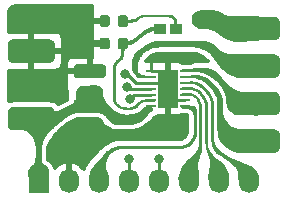
<source format=gtl>
G04 #@! TF.GenerationSoftware,KiCad,Pcbnew,(5.0.1-3-g963ef8bb5)*
G04 #@! TF.CreationDate,2018-11-10T18:30:21+10:30*
G04 #@! TF.ProjectId,rgb-led-board,7267622D6C65642D626F6172642E6B69,1.0*
G04 #@! TF.SameCoordinates,Original*
G04 #@! TF.FileFunction,Copper,L1,Top,Signal*
G04 #@! TF.FilePolarity,Positive*
%FSLAX46Y46*%
G04 Gerber Fmt 4.6, Leading zero omitted, Abs format (unit mm)*
G04 Created by KiCad (PCBNEW (5.0.1-3-g963ef8bb5)) date Saturday, 10 November 2018 at 06:30:21 pm*
%MOMM*%
%LPD*%
G01*
G04 APERTURE LIST*
G04 #@! TA.AperFunction,Conductor*
%ADD10C,0.100000*%
G04 #@! TD*
G04 #@! TA.AperFunction,SMDPad,CuDef*
%ADD11C,1.160000*%
G04 #@! TD*
G04 #@! TA.AperFunction,SMDPad,CuDef*
%ADD12C,0.850000*%
G04 #@! TD*
G04 #@! TA.AperFunction,SMDPad,CuDef*
%ADD13R,0.810000X0.270000*%
G04 #@! TD*
G04 #@! TA.AperFunction,SMDPad,CuDef*
%ADD14R,1.700000X3.300000*%
G04 #@! TD*
G04 #@! TA.AperFunction,SMDPad,CuDef*
%ADD15C,2.000000*%
G04 #@! TD*
G04 #@! TA.AperFunction,ComponentPad*
%ADD16R,1.727200X2.032000*%
G04 #@! TD*
G04 #@! TA.AperFunction,ComponentPad*
%ADD17O,1.727200X2.032000*%
G04 #@! TD*
G04 #@! TA.AperFunction,SMDPad,CuDef*
%ADD18R,1.120000X0.970000*%
G04 #@! TD*
G04 #@! TA.AperFunction,ViaPad*
%ADD19C,0.800000*%
G04 #@! TD*
G04 #@! TA.AperFunction,Conductor*
%ADD20C,0.250000*%
G04 #@! TD*
G04 #@! TA.AperFunction,Conductor*
%ADD21C,0.300000*%
G04 #@! TD*
G04 #@! TA.AperFunction,Conductor*
%ADD22C,0.200000*%
G04 #@! TD*
G04 APERTURE END LIST*
D10*
G04 #@! TO.N,+POWER*
G04 #@! TO.C,C1*
G36*
X131146425Y-66301396D02*
X131174576Y-66305572D01*
X131202183Y-66312487D01*
X131228978Y-66322075D01*
X131254705Y-66334243D01*
X131279115Y-66348874D01*
X131301974Y-66365827D01*
X131323061Y-66384939D01*
X131342173Y-66406026D01*
X131359126Y-66428885D01*
X131373757Y-66453295D01*
X131385925Y-66479022D01*
X131395513Y-66505817D01*
X131402428Y-66533424D01*
X131406604Y-66561575D01*
X131408000Y-66590000D01*
X131408000Y-67170000D01*
X131406604Y-67198425D01*
X131402428Y-67226576D01*
X131395513Y-67254183D01*
X131385925Y-67280978D01*
X131373757Y-67306705D01*
X131359126Y-67331115D01*
X131342173Y-67353974D01*
X131323061Y-67375061D01*
X131301974Y-67394173D01*
X131279115Y-67411126D01*
X131254705Y-67425757D01*
X131228978Y-67437925D01*
X131202183Y-67447513D01*
X131174576Y-67454428D01*
X131146425Y-67458604D01*
X131118000Y-67460000D01*
X128978000Y-67460000D01*
X128949575Y-67458604D01*
X128921424Y-67454428D01*
X128893817Y-67447513D01*
X128867022Y-67437925D01*
X128841295Y-67425757D01*
X128816885Y-67411126D01*
X128794026Y-67394173D01*
X128772939Y-67375061D01*
X128753827Y-67353974D01*
X128736874Y-67331115D01*
X128722243Y-67306705D01*
X128710075Y-67280978D01*
X128700487Y-67254183D01*
X128693572Y-67226576D01*
X128689396Y-67198425D01*
X128688000Y-67170000D01*
X128688000Y-66590000D01*
X128689396Y-66561575D01*
X128693572Y-66533424D01*
X128700487Y-66505817D01*
X128710075Y-66479022D01*
X128722243Y-66453295D01*
X128736874Y-66428885D01*
X128753827Y-66406026D01*
X128772939Y-66384939D01*
X128794026Y-66365827D01*
X128816885Y-66348874D01*
X128841295Y-66334243D01*
X128867022Y-66322075D01*
X128893817Y-66312487D01*
X128921424Y-66305572D01*
X128949575Y-66301396D01*
X128978000Y-66300000D01*
X131118000Y-66300000D01*
X131146425Y-66301396D01*
X131146425Y-66301396D01*
G37*
D11*
G04 #@! TD*
G04 #@! TO.P,C1,1*
G04 #@! TO.N,+POWER*
X130048000Y-66880000D03*
D10*
G04 #@! TO.N,GND*
G04 #@! TO.C,C1*
G36*
X131146425Y-63351396D02*
X131174576Y-63355572D01*
X131202183Y-63362487D01*
X131228978Y-63372075D01*
X131254705Y-63384243D01*
X131279115Y-63398874D01*
X131301974Y-63415827D01*
X131323061Y-63434939D01*
X131342173Y-63456026D01*
X131359126Y-63478885D01*
X131373757Y-63503295D01*
X131385925Y-63529022D01*
X131395513Y-63555817D01*
X131402428Y-63583424D01*
X131406604Y-63611575D01*
X131408000Y-63640000D01*
X131408000Y-64220000D01*
X131406604Y-64248425D01*
X131402428Y-64276576D01*
X131395513Y-64304183D01*
X131385925Y-64330978D01*
X131373757Y-64356705D01*
X131359126Y-64381115D01*
X131342173Y-64403974D01*
X131323061Y-64425061D01*
X131301974Y-64444173D01*
X131279115Y-64461126D01*
X131254705Y-64475757D01*
X131228978Y-64487925D01*
X131202183Y-64497513D01*
X131174576Y-64504428D01*
X131146425Y-64508604D01*
X131118000Y-64510000D01*
X128978000Y-64510000D01*
X128949575Y-64508604D01*
X128921424Y-64504428D01*
X128893817Y-64497513D01*
X128867022Y-64487925D01*
X128841295Y-64475757D01*
X128816885Y-64461126D01*
X128794026Y-64444173D01*
X128772939Y-64425061D01*
X128753827Y-64403974D01*
X128736874Y-64381115D01*
X128722243Y-64356705D01*
X128710075Y-64330978D01*
X128700487Y-64304183D01*
X128693572Y-64276576D01*
X128689396Y-64248425D01*
X128688000Y-64220000D01*
X128688000Y-63640000D01*
X128689396Y-63611575D01*
X128693572Y-63583424D01*
X128700487Y-63555817D01*
X128710075Y-63529022D01*
X128722243Y-63503295D01*
X128736874Y-63478885D01*
X128753827Y-63456026D01*
X128772939Y-63434939D01*
X128794026Y-63415827D01*
X128816885Y-63398874D01*
X128841295Y-63384243D01*
X128867022Y-63372075D01*
X128893817Y-63362487D01*
X128921424Y-63355572D01*
X128949575Y-63351396D01*
X128978000Y-63350000D01*
X131118000Y-63350000D01*
X131146425Y-63351396D01*
X131146425Y-63351396D01*
G37*
D11*
G04 #@! TD*
G04 #@! TO.P,C1,2*
G04 #@! TO.N,GND*
X130048000Y-63930000D03*
D10*
G04 #@! TO.N,GND*
G04 #@! TO.C,R1*
G36*
X131538329Y-59201023D02*
X131558957Y-59204083D01*
X131579185Y-59209150D01*
X131598820Y-59216176D01*
X131617672Y-59225092D01*
X131635559Y-59235813D01*
X131652309Y-59248235D01*
X131667760Y-59262240D01*
X131681765Y-59277691D01*
X131694187Y-59294441D01*
X131704908Y-59312328D01*
X131713824Y-59331180D01*
X131720850Y-59350815D01*
X131725917Y-59371043D01*
X131728977Y-59391671D01*
X131730000Y-59412500D01*
X131730000Y-59967500D01*
X131728977Y-59988329D01*
X131725917Y-60008957D01*
X131720850Y-60029185D01*
X131713824Y-60048820D01*
X131704908Y-60067672D01*
X131694187Y-60085559D01*
X131681765Y-60102309D01*
X131667760Y-60117760D01*
X131652309Y-60131765D01*
X131635559Y-60144187D01*
X131617672Y-60154908D01*
X131598820Y-60163824D01*
X131579185Y-60170850D01*
X131558957Y-60175917D01*
X131538329Y-60178977D01*
X131517500Y-60180000D01*
X131092500Y-60180000D01*
X131071671Y-60178977D01*
X131051043Y-60175917D01*
X131030815Y-60170850D01*
X131011180Y-60163824D01*
X130992328Y-60154908D01*
X130974441Y-60144187D01*
X130957691Y-60131765D01*
X130942240Y-60117760D01*
X130928235Y-60102309D01*
X130915813Y-60085559D01*
X130905092Y-60067672D01*
X130896176Y-60048820D01*
X130889150Y-60029185D01*
X130884083Y-60008957D01*
X130881023Y-59988329D01*
X130880000Y-59967500D01*
X130880000Y-59412500D01*
X130881023Y-59391671D01*
X130884083Y-59371043D01*
X130889150Y-59350815D01*
X130896176Y-59331180D01*
X130905092Y-59312328D01*
X130915813Y-59294441D01*
X130928235Y-59277691D01*
X130942240Y-59262240D01*
X130957691Y-59248235D01*
X130974441Y-59235813D01*
X130992328Y-59225092D01*
X131011180Y-59216176D01*
X131030815Y-59209150D01*
X131051043Y-59204083D01*
X131071671Y-59201023D01*
X131092500Y-59200000D01*
X131517500Y-59200000D01*
X131538329Y-59201023D01*
X131538329Y-59201023D01*
G37*
D12*
G04 #@! TD*
G04 #@! TO.P,R1,2*
G04 #@! TO.N,GND*
X131305000Y-59690000D03*
D10*
G04 #@! TO.N,Net-(R1-Pad1)*
G04 #@! TO.C,R1*
G36*
X133088329Y-59201023D02*
X133108957Y-59204083D01*
X133129185Y-59209150D01*
X133148820Y-59216176D01*
X133167672Y-59225092D01*
X133185559Y-59235813D01*
X133202309Y-59248235D01*
X133217760Y-59262240D01*
X133231765Y-59277691D01*
X133244187Y-59294441D01*
X133254908Y-59312328D01*
X133263824Y-59331180D01*
X133270850Y-59350815D01*
X133275917Y-59371043D01*
X133278977Y-59391671D01*
X133280000Y-59412500D01*
X133280000Y-59967500D01*
X133278977Y-59988329D01*
X133275917Y-60008957D01*
X133270850Y-60029185D01*
X133263824Y-60048820D01*
X133254908Y-60067672D01*
X133244187Y-60085559D01*
X133231765Y-60102309D01*
X133217760Y-60117760D01*
X133202309Y-60131765D01*
X133185559Y-60144187D01*
X133167672Y-60154908D01*
X133148820Y-60163824D01*
X133129185Y-60170850D01*
X133108957Y-60175917D01*
X133088329Y-60178977D01*
X133067500Y-60180000D01*
X132642500Y-60180000D01*
X132621671Y-60178977D01*
X132601043Y-60175917D01*
X132580815Y-60170850D01*
X132561180Y-60163824D01*
X132542328Y-60154908D01*
X132524441Y-60144187D01*
X132507691Y-60131765D01*
X132492240Y-60117760D01*
X132478235Y-60102309D01*
X132465813Y-60085559D01*
X132455092Y-60067672D01*
X132446176Y-60048820D01*
X132439150Y-60029185D01*
X132434083Y-60008957D01*
X132431023Y-59988329D01*
X132430000Y-59967500D01*
X132430000Y-59412500D01*
X132431023Y-59391671D01*
X132434083Y-59371043D01*
X132439150Y-59350815D01*
X132446176Y-59331180D01*
X132455092Y-59312328D01*
X132465813Y-59294441D01*
X132478235Y-59277691D01*
X132492240Y-59262240D01*
X132507691Y-59248235D01*
X132524441Y-59235813D01*
X132542328Y-59225092D01*
X132561180Y-59216176D01*
X132580815Y-59209150D01*
X132601043Y-59204083D01*
X132621671Y-59201023D01*
X132642500Y-59200000D01*
X133067500Y-59200000D01*
X133088329Y-59201023D01*
X133088329Y-59201023D01*
G37*
D12*
G04 #@! TD*
G04 #@! TO.P,R1,1*
G04 #@! TO.N,Net-(R1-Pad1)*
X132855000Y-59690000D03*
D10*
G04 #@! TO.N,Net-(R2-Pad1)*
G04 #@! TO.C,R2*
G36*
X133088329Y-61106023D02*
X133108957Y-61109083D01*
X133129185Y-61114150D01*
X133148820Y-61121176D01*
X133167672Y-61130092D01*
X133185559Y-61140813D01*
X133202309Y-61153235D01*
X133217760Y-61167240D01*
X133231765Y-61182691D01*
X133244187Y-61199441D01*
X133254908Y-61217328D01*
X133263824Y-61236180D01*
X133270850Y-61255815D01*
X133275917Y-61276043D01*
X133278977Y-61296671D01*
X133280000Y-61317500D01*
X133280000Y-61872500D01*
X133278977Y-61893329D01*
X133275917Y-61913957D01*
X133270850Y-61934185D01*
X133263824Y-61953820D01*
X133254908Y-61972672D01*
X133244187Y-61990559D01*
X133231765Y-62007309D01*
X133217760Y-62022760D01*
X133202309Y-62036765D01*
X133185559Y-62049187D01*
X133167672Y-62059908D01*
X133148820Y-62068824D01*
X133129185Y-62075850D01*
X133108957Y-62080917D01*
X133088329Y-62083977D01*
X133067500Y-62085000D01*
X132642500Y-62085000D01*
X132621671Y-62083977D01*
X132601043Y-62080917D01*
X132580815Y-62075850D01*
X132561180Y-62068824D01*
X132542328Y-62059908D01*
X132524441Y-62049187D01*
X132507691Y-62036765D01*
X132492240Y-62022760D01*
X132478235Y-62007309D01*
X132465813Y-61990559D01*
X132455092Y-61972672D01*
X132446176Y-61953820D01*
X132439150Y-61934185D01*
X132434083Y-61913957D01*
X132431023Y-61893329D01*
X132430000Y-61872500D01*
X132430000Y-61317500D01*
X132431023Y-61296671D01*
X132434083Y-61276043D01*
X132439150Y-61255815D01*
X132446176Y-61236180D01*
X132455092Y-61217328D01*
X132465813Y-61199441D01*
X132478235Y-61182691D01*
X132492240Y-61167240D01*
X132507691Y-61153235D01*
X132524441Y-61140813D01*
X132542328Y-61130092D01*
X132561180Y-61121176D01*
X132580815Y-61114150D01*
X132601043Y-61109083D01*
X132621671Y-61106023D01*
X132642500Y-61105000D01*
X133067500Y-61105000D01*
X133088329Y-61106023D01*
X133088329Y-61106023D01*
G37*
D12*
G04 #@! TD*
G04 #@! TO.P,R2,1*
G04 #@! TO.N,Net-(R2-Pad1)*
X132855000Y-61595000D03*
D10*
G04 #@! TO.N,GND*
G04 #@! TO.C,R2*
G36*
X131538329Y-61106023D02*
X131558957Y-61109083D01*
X131579185Y-61114150D01*
X131598820Y-61121176D01*
X131617672Y-61130092D01*
X131635559Y-61140813D01*
X131652309Y-61153235D01*
X131667760Y-61167240D01*
X131681765Y-61182691D01*
X131694187Y-61199441D01*
X131704908Y-61217328D01*
X131713824Y-61236180D01*
X131720850Y-61255815D01*
X131725917Y-61276043D01*
X131728977Y-61296671D01*
X131730000Y-61317500D01*
X131730000Y-61872500D01*
X131728977Y-61893329D01*
X131725917Y-61913957D01*
X131720850Y-61934185D01*
X131713824Y-61953820D01*
X131704908Y-61972672D01*
X131694187Y-61990559D01*
X131681765Y-62007309D01*
X131667760Y-62022760D01*
X131652309Y-62036765D01*
X131635559Y-62049187D01*
X131617672Y-62059908D01*
X131598820Y-62068824D01*
X131579185Y-62075850D01*
X131558957Y-62080917D01*
X131538329Y-62083977D01*
X131517500Y-62085000D01*
X131092500Y-62085000D01*
X131071671Y-62083977D01*
X131051043Y-62080917D01*
X131030815Y-62075850D01*
X131011180Y-62068824D01*
X130992328Y-62059908D01*
X130974441Y-62049187D01*
X130957691Y-62036765D01*
X130942240Y-62022760D01*
X130928235Y-62007309D01*
X130915813Y-61990559D01*
X130905092Y-61972672D01*
X130896176Y-61953820D01*
X130889150Y-61934185D01*
X130884083Y-61913957D01*
X130881023Y-61893329D01*
X130880000Y-61872500D01*
X130880000Y-61317500D01*
X130881023Y-61296671D01*
X130884083Y-61276043D01*
X130889150Y-61255815D01*
X130896176Y-61236180D01*
X130905092Y-61217328D01*
X130915813Y-61199441D01*
X130928235Y-61182691D01*
X130942240Y-61167240D01*
X130957691Y-61153235D01*
X130974441Y-61140813D01*
X130992328Y-61130092D01*
X131011180Y-61121176D01*
X131030815Y-61114150D01*
X131051043Y-61109083D01*
X131071671Y-61106023D01*
X131092500Y-61105000D01*
X131517500Y-61105000D01*
X131538329Y-61106023D01*
X131538329Y-61106023D01*
G37*
D12*
G04 #@! TD*
G04 #@! TO.P,R2,2*
G04 #@! TO.N,GND*
X131305000Y-61595000D03*
D13*
G04 #@! TO.P,U1,1*
G04 #@! TO.N,/ENABLE*
X138097000Y-66905000D03*
G04 #@! TO.P,U1,2*
G04 #@! TO.N,GND*
X138097000Y-66405000D03*
G04 #@! TO.P,U1,3*
G04 #@! TO.N,/PWM3*
X138097000Y-65905000D03*
G04 #@! TO.P,U1,4*
G04 #@! TO.N,/PWM2*
X138097000Y-65405000D03*
G04 #@! TO.P,U1,5*
G04 #@! TO.N,/PWM1*
X138097000Y-64905000D03*
G04 #@! TO.P,U1,6*
G04 #@! TO.N,/LED_1*
X138097000Y-64405000D03*
G04 #@! TO.P,U1,7*
G04 #@! TO.N,/LED_2*
X138097000Y-63905000D03*
G04 #@! TO.P,U1,8*
G04 #@! TO.N,GND*
X135207000Y-63905000D03*
G04 #@! TO.P,U1,9*
G04 #@! TO.N,/LED_3*
X135207000Y-64405000D03*
G04 #@! TO.P,U1,10*
G04 #@! TO.N,GND*
X135207000Y-64905000D03*
G04 #@! TO.P,U1,11*
G04 #@! TO.N,/POWER_GOOD*
X135207000Y-65405000D03*
G04 #@! TO.P,U1,12*
G04 #@! TO.N,/~FAULT*
X135207000Y-65905000D03*
G04 #@! TO.P,U1,13*
G04 #@! TO.N,Net-(R2-Pad1)*
X135207000Y-66405000D03*
G04 #@! TO.P,U1,14*
G04 #@! TO.N,+POWER*
X135207000Y-66905000D03*
D14*
G04 #@! TO.P,U1,15*
G04 #@! TO.N,GND*
X136652000Y-65405000D03*
G04 #@! TD*
D10*
G04 #@! TO.N,+POWER*
G04 #@! TO.C,P1*
G36*
X126644009Y-66947408D02*
X126692545Y-66954607D01*
X126740142Y-66966530D01*
X126786342Y-66983060D01*
X126830698Y-67004039D01*
X126872785Y-67029265D01*
X126912197Y-67058495D01*
X126948553Y-67091447D01*
X126981505Y-67127803D01*
X127010735Y-67167215D01*
X127035961Y-67209302D01*
X127056940Y-67253658D01*
X127073470Y-67299858D01*
X127085393Y-67347455D01*
X127092592Y-67395991D01*
X127095000Y-67445000D01*
X127095000Y-68445000D01*
X127092592Y-68494009D01*
X127085393Y-68542545D01*
X127073470Y-68590142D01*
X127056940Y-68636342D01*
X127035961Y-68680698D01*
X127010735Y-68722785D01*
X126981505Y-68762197D01*
X126948553Y-68798553D01*
X126912197Y-68831505D01*
X126872785Y-68860735D01*
X126830698Y-68885961D01*
X126786342Y-68906940D01*
X126740142Y-68923470D01*
X126692545Y-68935393D01*
X126644009Y-68942592D01*
X126595000Y-68945000D01*
X123595000Y-68945000D01*
X123545991Y-68942592D01*
X123497455Y-68935393D01*
X123449858Y-68923470D01*
X123403658Y-68906940D01*
X123359302Y-68885961D01*
X123317215Y-68860735D01*
X123277803Y-68831505D01*
X123241447Y-68798553D01*
X123208495Y-68762197D01*
X123179265Y-68722785D01*
X123154039Y-68680698D01*
X123133060Y-68636342D01*
X123116530Y-68590142D01*
X123104607Y-68542545D01*
X123097408Y-68494009D01*
X123095000Y-68445000D01*
X123095000Y-67445000D01*
X123097408Y-67395991D01*
X123104607Y-67347455D01*
X123116530Y-67299858D01*
X123133060Y-67253658D01*
X123154039Y-67209302D01*
X123179265Y-67167215D01*
X123208495Y-67127803D01*
X123241447Y-67091447D01*
X123277803Y-67058495D01*
X123317215Y-67029265D01*
X123359302Y-67004039D01*
X123403658Y-66983060D01*
X123449858Y-66966530D01*
X123497455Y-66954607D01*
X123545991Y-66947408D01*
X123595000Y-66945000D01*
X126595000Y-66945000D01*
X126644009Y-66947408D01*
X126644009Y-66947408D01*
G37*
D15*
G04 #@! TD*
G04 #@! TO.P,P1,1*
G04 #@! TO.N,+POWER*
X125095000Y-67945000D03*
D10*
G04 #@! TO.N,GND*
G04 #@! TO.C,P2*
G36*
X126644009Y-61232408D02*
X126692545Y-61239607D01*
X126740142Y-61251530D01*
X126786342Y-61268060D01*
X126830698Y-61289039D01*
X126872785Y-61314265D01*
X126912197Y-61343495D01*
X126948553Y-61376447D01*
X126981505Y-61412803D01*
X127010735Y-61452215D01*
X127035961Y-61494302D01*
X127056940Y-61538658D01*
X127073470Y-61584858D01*
X127085393Y-61632455D01*
X127092592Y-61680991D01*
X127095000Y-61730000D01*
X127095000Y-62730000D01*
X127092592Y-62779009D01*
X127085393Y-62827545D01*
X127073470Y-62875142D01*
X127056940Y-62921342D01*
X127035961Y-62965698D01*
X127010735Y-63007785D01*
X126981505Y-63047197D01*
X126948553Y-63083553D01*
X126912197Y-63116505D01*
X126872785Y-63145735D01*
X126830698Y-63170961D01*
X126786342Y-63191940D01*
X126740142Y-63208470D01*
X126692545Y-63220393D01*
X126644009Y-63227592D01*
X126595000Y-63230000D01*
X123595000Y-63230000D01*
X123545991Y-63227592D01*
X123497455Y-63220393D01*
X123449858Y-63208470D01*
X123403658Y-63191940D01*
X123359302Y-63170961D01*
X123317215Y-63145735D01*
X123277803Y-63116505D01*
X123241447Y-63083553D01*
X123208495Y-63047197D01*
X123179265Y-63007785D01*
X123154039Y-62965698D01*
X123133060Y-62921342D01*
X123116530Y-62875142D01*
X123104607Y-62827545D01*
X123097408Y-62779009D01*
X123095000Y-62730000D01*
X123095000Y-61730000D01*
X123097408Y-61680991D01*
X123104607Y-61632455D01*
X123116530Y-61584858D01*
X123133060Y-61538658D01*
X123154039Y-61494302D01*
X123179265Y-61452215D01*
X123208495Y-61412803D01*
X123241447Y-61376447D01*
X123277803Y-61343495D01*
X123317215Y-61314265D01*
X123359302Y-61289039D01*
X123403658Y-61268060D01*
X123449858Y-61251530D01*
X123497455Y-61239607D01*
X123545991Y-61232408D01*
X123595000Y-61230000D01*
X126595000Y-61230000D01*
X126644009Y-61232408D01*
X126644009Y-61232408D01*
G37*
D15*
G04 #@! TD*
G04 #@! TO.P,P2,1*
G04 #@! TO.N,GND*
X125095000Y-62230000D03*
D16*
G04 #@! TO.P,P3,1*
G04 #@! TO.N,+POWER*
X125730000Y-73250000D03*
D17*
G04 #@! TO.P,P3,2*
G04 #@! TO.N,GND*
X128270000Y-73250000D03*
G04 #@! TO.P,P3,3*
G04 #@! TO.N,/ENABLE*
X130810000Y-73250000D03*
G04 #@! TO.P,P3,4*
G04 #@! TO.N,/POWER_GOOD*
X133350000Y-73250000D03*
G04 #@! TO.P,P3,5*
G04 #@! TO.N,/~FAULT*
X135890000Y-73250000D03*
G04 #@! TO.P,P3,6*
G04 #@! TO.N,/PWM3*
X138430000Y-73250000D03*
G04 #@! TO.P,P3,7*
G04 #@! TO.N,/PWM2*
X140970000Y-73250000D03*
G04 #@! TO.P,P3,8*
G04 #@! TO.N,/PWM1*
X143510000Y-73250000D03*
G04 #@! TD*
D10*
G04 #@! TO.N,+POWER*
G04 #@! TO.C,P4*
G36*
X145694009Y-59327408D02*
X145742545Y-59334607D01*
X145790142Y-59346530D01*
X145836342Y-59363060D01*
X145880698Y-59384039D01*
X145922785Y-59409265D01*
X145962197Y-59438495D01*
X145998553Y-59471447D01*
X146031505Y-59507803D01*
X146060735Y-59547215D01*
X146085961Y-59589302D01*
X146106940Y-59633658D01*
X146123470Y-59679858D01*
X146135393Y-59727455D01*
X146142592Y-59775991D01*
X146145000Y-59825000D01*
X146145000Y-60825000D01*
X146142592Y-60874009D01*
X146135393Y-60922545D01*
X146123470Y-60970142D01*
X146106940Y-61016342D01*
X146085961Y-61060698D01*
X146060735Y-61102785D01*
X146031505Y-61142197D01*
X145998553Y-61178553D01*
X145962197Y-61211505D01*
X145922785Y-61240735D01*
X145880698Y-61265961D01*
X145836342Y-61286940D01*
X145790142Y-61303470D01*
X145742545Y-61315393D01*
X145694009Y-61322592D01*
X145645000Y-61325000D01*
X142645000Y-61325000D01*
X142595991Y-61322592D01*
X142547455Y-61315393D01*
X142499858Y-61303470D01*
X142453658Y-61286940D01*
X142409302Y-61265961D01*
X142367215Y-61240735D01*
X142327803Y-61211505D01*
X142291447Y-61178553D01*
X142258495Y-61142197D01*
X142229265Y-61102785D01*
X142204039Y-61060698D01*
X142183060Y-61016342D01*
X142166530Y-60970142D01*
X142154607Y-60922545D01*
X142147408Y-60874009D01*
X142145000Y-60825000D01*
X142145000Y-59825000D01*
X142147408Y-59775991D01*
X142154607Y-59727455D01*
X142166530Y-59679858D01*
X142183060Y-59633658D01*
X142204039Y-59589302D01*
X142229265Y-59547215D01*
X142258495Y-59507803D01*
X142291447Y-59471447D01*
X142327803Y-59438495D01*
X142367215Y-59409265D01*
X142409302Y-59384039D01*
X142453658Y-59363060D01*
X142499858Y-59346530D01*
X142547455Y-59334607D01*
X142595991Y-59327408D01*
X142645000Y-59325000D01*
X145645000Y-59325000D01*
X145694009Y-59327408D01*
X145694009Y-59327408D01*
G37*
D15*
G04 #@! TD*
G04 #@! TO.P,P4,1*
G04 #@! TO.N,+POWER*
X144145000Y-60325000D03*
D10*
G04 #@! TO.N,/LED_1*
G04 #@! TO.C,P5*
G36*
X145694009Y-68852408D02*
X145742545Y-68859607D01*
X145790142Y-68871530D01*
X145836342Y-68888060D01*
X145880698Y-68909039D01*
X145922785Y-68934265D01*
X145962197Y-68963495D01*
X145998553Y-68996447D01*
X146031505Y-69032803D01*
X146060735Y-69072215D01*
X146085961Y-69114302D01*
X146106940Y-69158658D01*
X146123470Y-69204858D01*
X146135393Y-69252455D01*
X146142592Y-69300991D01*
X146145000Y-69350000D01*
X146145000Y-70350000D01*
X146142592Y-70399009D01*
X146135393Y-70447545D01*
X146123470Y-70495142D01*
X146106940Y-70541342D01*
X146085961Y-70585698D01*
X146060735Y-70627785D01*
X146031505Y-70667197D01*
X145998553Y-70703553D01*
X145962197Y-70736505D01*
X145922785Y-70765735D01*
X145880698Y-70790961D01*
X145836342Y-70811940D01*
X145790142Y-70828470D01*
X145742545Y-70840393D01*
X145694009Y-70847592D01*
X145645000Y-70850000D01*
X142645000Y-70850000D01*
X142595991Y-70847592D01*
X142547455Y-70840393D01*
X142499858Y-70828470D01*
X142453658Y-70811940D01*
X142409302Y-70790961D01*
X142367215Y-70765735D01*
X142327803Y-70736505D01*
X142291447Y-70703553D01*
X142258495Y-70667197D01*
X142229265Y-70627785D01*
X142204039Y-70585698D01*
X142183060Y-70541342D01*
X142166530Y-70495142D01*
X142154607Y-70447545D01*
X142147408Y-70399009D01*
X142145000Y-70350000D01*
X142145000Y-69350000D01*
X142147408Y-69300991D01*
X142154607Y-69252455D01*
X142166530Y-69204858D01*
X142183060Y-69158658D01*
X142204039Y-69114302D01*
X142229265Y-69072215D01*
X142258495Y-69032803D01*
X142291447Y-68996447D01*
X142327803Y-68963495D01*
X142367215Y-68934265D01*
X142409302Y-68909039D01*
X142453658Y-68888060D01*
X142499858Y-68871530D01*
X142547455Y-68859607D01*
X142595991Y-68852408D01*
X142645000Y-68850000D01*
X145645000Y-68850000D01*
X145694009Y-68852408D01*
X145694009Y-68852408D01*
G37*
D15*
G04 #@! TD*
G04 #@! TO.P,P5,1*
G04 #@! TO.N,/LED_1*
X144145000Y-69850000D03*
D10*
G04 #@! TO.N,/LED_2*
G04 #@! TO.C,P6*
G36*
X145694009Y-65677408D02*
X145742545Y-65684607D01*
X145790142Y-65696530D01*
X145836342Y-65713060D01*
X145880698Y-65734039D01*
X145922785Y-65759265D01*
X145962197Y-65788495D01*
X145998553Y-65821447D01*
X146031505Y-65857803D01*
X146060735Y-65897215D01*
X146085961Y-65939302D01*
X146106940Y-65983658D01*
X146123470Y-66029858D01*
X146135393Y-66077455D01*
X146142592Y-66125991D01*
X146145000Y-66175000D01*
X146145000Y-67175000D01*
X146142592Y-67224009D01*
X146135393Y-67272545D01*
X146123470Y-67320142D01*
X146106940Y-67366342D01*
X146085961Y-67410698D01*
X146060735Y-67452785D01*
X146031505Y-67492197D01*
X145998553Y-67528553D01*
X145962197Y-67561505D01*
X145922785Y-67590735D01*
X145880698Y-67615961D01*
X145836342Y-67636940D01*
X145790142Y-67653470D01*
X145742545Y-67665393D01*
X145694009Y-67672592D01*
X145645000Y-67675000D01*
X142645000Y-67675000D01*
X142595991Y-67672592D01*
X142547455Y-67665393D01*
X142499858Y-67653470D01*
X142453658Y-67636940D01*
X142409302Y-67615961D01*
X142367215Y-67590735D01*
X142327803Y-67561505D01*
X142291447Y-67528553D01*
X142258495Y-67492197D01*
X142229265Y-67452785D01*
X142204039Y-67410698D01*
X142183060Y-67366342D01*
X142166530Y-67320142D01*
X142154607Y-67272545D01*
X142147408Y-67224009D01*
X142145000Y-67175000D01*
X142145000Y-66175000D01*
X142147408Y-66125991D01*
X142154607Y-66077455D01*
X142166530Y-66029858D01*
X142183060Y-65983658D01*
X142204039Y-65939302D01*
X142229265Y-65897215D01*
X142258495Y-65857803D01*
X142291447Y-65821447D01*
X142327803Y-65788495D01*
X142367215Y-65759265D01*
X142409302Y-65734039D01*
X142453658Y-65713060D01*
X142499858Y-65696530D01*
X142547455Y-65684607D01*
X142595991Y-65677408D01*
X142645000Y-65675000D01*
X145645000Y-65675000D01*
X145694009Y-65677408D01*
X145694009Y-65677408D01*
G37*
D15*
G04 #@! TD*
G04 #@! TO.P,P6,1*
G04 #@! TO.N,/LED_2*
X144145000Y-66675000D03*
D10*
G04 #@! TO.N,/LED_3*
G04 #@! TO.C,P7*
G36*
X145694009Y-62502408D02*
X145742545Y-62509607D01*
X145790142Y-62521530D01*
X145836342Y-62538060D01*
X145880698Y-62559039D01*
X145922785Y-62584265D01*
X145962197Y-62613495D01*
X145998553Y-62646447D01*
X146031505Y-62682803D01*
X146060735Y-62722215D01*
X146085961Y-62764302D01*
X146106940Y-62808658D01*
X146123470Y-62854858D01*
X146135393Y-62902455D01*
X146142592Y-62950991D01*
X146145000Y-63000000D01*
X146145000Y-64000000D01*
X146142592Y-64049009D01*
X146135393Y-64097545D01*
X146123470Y-64145142D01*
X146106940Y-64191342D01*
X146085961Y-64235698D01*
X146060735Y-64277785D01*
X146031505Y-64317197D01*
X145998553Y-64353553D01*
X145962197Y-64386505D01*
X145922785Y-64415735D01*
X145880698Y-64440961D01*
X145836342Y-64461940D01*
X145790142Y-64478470D01*
X145742545Y-64490393D01*
X145694009Y-64497592D01*
X145645000Y-64500000D01*
X142645000Y-64500000D01*
X142595991Y-64497592D01*
X142547455Y-64490393D01*
X142499858Y-64478470D01*
X142453658Y-64461940D01*
X142409302Y-64440961D01*
X142367215Y-64415735D01*
X142327803Y-64386505D01*
X142291447Y-64353553D01*
X142258495Y-64317197D01*
X142229265Y-64277785D01*
X142204039Y-64235698D01*
X142183060Y-64191342D01*
X142166530Y-64145142D01*
X142154607Y-64097545D01*
X142147408Y-64049009D01*
X142145000Y-64000000D01*
X142145000Y-63000000D01*
X142147408Y-62950991D01*
X142154607Y-62902455D01*
X142166530Y-62854858D01*
X142183060Y-62808658D01*
X142204039Y-62764302D01*
X142229265Y-62722215D01*
X142258495Y-62682803D01*
X142291447Y-62646447D01*
X142327803Y-62613495D01*
X142367215Y-62584265D01*
X142409302Y-62559039D01*
X142453658Y-62538060D01*
X142499858Y-62521530D01*
X142547455Y-62509607D01*
X142595991Y-62502408D01*
X142645000Y-62500000D01*
X145645000Y-62500000D01*
X145694009Y-62502408D01*
X145694009Y-62502408D01*
G37*
D15*
G04 #@! TD*
G04 #@! TO.P,P7,1*
G04 #@! TO.N,/LED_3*
X144145000Y-63500000D03*
D18*
G04 #@! TO.P,SL1,1*
G04 #@! TO.N,Net-(R1-Pad1)*
X137327000Y-60325000D03*
G04 #@! TO.P,SL1,2*
G04 #@! TO.N,Net-(R2-Pad1)*
X135977000Y-60325000D03*
G04 #@! TD*
D19*
G04 #@! TO.N,GND*
X136652000Y-66294000D03*
X136652000Y-62738000D03*
X135636000Y-62738000D03*
X137668000Y-62738000D03*
X136652000Y-68072000D03*
X135636000Y-68072000D03*
X136652000Y-64695000D03*
X137668000Y-68072000D03*
X125095000Y-59944000D03*
X124079000Y-59944000D03*
X126111000Y-59944000D03*
X133075742Y-64161890D03*
X129540000Y-68580000D03*
X125095000Y-65278000D03*
X124079000Y-65278000D03*
X129540000Y-69532500D03*
X129540000Y-70485000D03*
X137160000Y-69024500D03*
X138684000Y-62738000D03*
G04 #@! TO.N,+POWER*
X139446000Y-59563000D03*
X140462000Y-59563000D03*
X141351000Y-60071000D03*
X130556000Y-65659000D03*
X129540000Y-65659000D03*
G04 #@! TO.N,/POWER_GOOD*
X133350000Y-71374000D03*
X133223000Y-65278006D03*
G04 #@! TO.N,/~FAULT*
X135890000Y-71374000D03*
X133440010Y-66294000D03*
G04 #@! TD*
D20*
G04 #@! TO.N,GND*
X138097000Y-66405000D02*
X137442000Y-66405000D01*
X135862000Y-63905000D02*
X136652000Y-64695000D01*
X135207000Y-63905000D02*
X135862000Y-63905000D01*
X136652000Y-64695000D02*
X136652000Y-65405000D01*
X136152000Y-64905000D02*
X136652000Y-65405000D01*
X135207000Y-64905000D02*
X136152000Y-64905000D01*
X133249890Y-64161890D02*
X133075742Y-64161890D01*
X133179886Y-64161890D02*
X133075742Y-64161890D01*
X133922996Y-64905000D02*
X133179886Y-64161890D01*
X135207000Y-64905000D02*
X133922996Y-64905000D01*
X135207000Y-63905000D02*
X135207000Y-63167000D01*
X135207000Y-63167000D02*
X135636000Y-62738000D01*
G04 #@! TO.N,/POWER_GOOD*
X133350000Y-73250000D02*
X133350000Y-71374000D01*
X135207000Y-65405000D02*
X133349994Y-65405000D01*
X133349994Y-65405000D02*
X133223000Y-65278006D01*
G04 #@! TO.N,/LED_2*
X143129000Y-66675000D02*
X144145000Y-66675000D01*
G04 #@! TO.N,/~FAULT*
X135890000Y-73250000D02*
X135890000Y-71374000D01*
X135207000Y-65905000D02*
X133829010Y-65905000D01*
X133829010Y-65905000D02*
X133440010Y-66294000D01*
G04 #@! TD*
D21*
G04 #@! TO.N,GND*
G36*
X139062728Y-62493597D02*
X139277568Y-62543595D01*
X139482317Y-62625634D01*
X139672234Y-62737811D01*
X139842914Y-62877524D01*
X140004471Y-63057184D01*
X140040816Y-63104385D01*
X140031416Y-63102801D01*
X139745845Y-63078914D01*
X139700000Y-63077000D01*
X139079990Y-63077000D01*
X139016382Y-63080691D01*
X138878190Y-63096781D01*
X138754373Y-63126010D01*
X138552983Y-63199007D01*
X138510103Y-63204000D01*
X137861739Y-63204000D01*
X137813680Y-63171888D01*
X137693932Y-63122287D01*
X137566808Y-63097000D01*
X136920500Y-63097000D01*
X136756000Y-63261500D01*
X136756000Y-65301000D01*
X136776000Y-65301000D01*
X136776000Y-65509000D01*
X136756000Y-65509000D01*
X136756000Y-67548500D01*
X136920500Y-67713000D01*
X137566808Y-67713000D01*
X137693932Y-67687713D01*
X137813680Y-67638112D01*
X137861739Y-67606000D01*
X138203451Y-67606000D01*
X138243838Y-67611317D01*
X138247877Y-67612990D01*
X138251347Y-67615653D01*
X138254010Y-67619123D01*
X138255683Y-67623162D01*
X138261000Y-67663549D01*
X138261000Y-69075939D01*
X138251124Y-69188385D01*
X138228084Y-69274020D01*
X138190474Y-69354320D01*
X138139438Y-69426840D01*
X138076393Y-69489501D01*
X137960123Y-69570400D01*
X137831435Y-69630077D01*
X137694370Y-69666616D01*
X137529155Y-69681000D01*
X132728537Y-69681000D01*
X132689712Y-69682372D01*
X132408046Y-69702305D01*
X132331166Y-69713241D01*
X132055115Y-69772644D01*
X131980544Y-69794298D01*
X131715609Y-69891986D01*
X131644831Y-69923926D01*
X131396295Y-70057951D01*
X131330719Y-70099541D01*
X131103535Y-70267233D01*
X131044471Y-70317644D01*
X130843168Y-70515660D01*
X130816451Y-70543865D01*
X129920402Y-71559387D01*
X129894516Y-71591021D01*
X129751234Y-71780031D01*
X129706851Y-71848623D01*
X129593148Y-72056773D01*
X129559416Y-72131181D01*
X129520087Y-72238495D01*
X129421411Y-72099157D01*
X129204500Y-71893713D01*
X128951677Y-71734533D01*
X128672658Y-71627735D01*
X128610194Y-71614517D01*
X128374000Y-71744491D01*
X128374000Y-73002000D01*
X128166000Y-73002000D01*
X128166000Y-71744491D01*
X127929806Y-71614517D01*
X127867342Y-71627735D01*
X127588323Y-71734533D01*
X127335500Y-71893713D01*
X127125468Y-72092642D01*
X127104192Y-72022506D01*
X127053121Y-71926958D01*
X126984390Y-71843210D01*
X126936402Y-71803827D01*
X126873094Y-71719502D01*
X126774462Y-71618349D01*
X126566815Y-71454103D01*
X126551491Y-71433692D01*
X126541872Y-71410049D01*
X126534000Y-71349270D01*
X126534000Y-70630395D01*
X126550725Y-70400624D01*
X126596213Y-70195271D01*
X126670962Y-69998668D01*
X126773388Y-69814973D01*
X126913533Y-69632135D01*
X127220243Y-69287087D01*
X127339344Y-69189344D01*
X127458483Y-69044172D01*
X127482894Y-69020528D01*
X128305154Y-68335311D01*
X128483757Y-68206380D01*
X128661567Y-68112378D01*
X128850685Y-68043907D01*
X128998426Y-68012661D01*
X130736558Y-68012661D01*
X130799931Y-68032519D01*
X130893267Y-68084250D01*
X130974290Y-68153686D01*
X131207837Y-68454721D01*
X131284496Y-68535208D01*
X131450355Y-68677347D01*
X131541629Y-68740777D01*
X131732680Y-68846667D01*
X131834847Y-68890451D01*
X132043286Y-68955765D01*
X132152167Y-68978113D01*
X132369482Y-69000185D01*
X132425058Y-69003000D01*
X133387900Y-69003000D01*
X133426079Y-69001673D01*
X133703081Y-68982398D01*
X133778706Y-68971822D01*
X134050369Y-68914367D01*
X134123800Y-68893419D01*
X134384887Y-68798892D01*
X134454707Y-68767976D01*
X134700185Y-68638200D01*
X134765050Y-68597912D01*
X134990189Y-68435388D01*
X135020370Y-68411965D01*
X135792973Y-67768129D01*
X135850085Y-67713000D01*
X136383500Y-67713000D01*
X136548000Y-67548500D01*
X136548000Y-65509000D01*
X136528000Y-65509000D01*
X136528000Y-65301000D01*
X136548000Y-65301000D01*
X136548000Y-63261500D01*
X136383500Y-63097000D01*
X135762095Y-63097000D01*
X135757068Y-63096000D01*
X134814195Y-63096000D01*
X134875563Y-62993357D01*
X134961726Y-62889555D01*
X135078700Y-62786124D01*
X135088095Y-62779026D01*
X135259481Y-62666164D01*
X135427950Y-62584175D01*
X135605594Y-62524610D01*
X135789436Y-62488468D01*
X135994207Y-62475200D01*
X138821829Y-62475200D01*
X139062728Y-62493597D01*
X139062728Y-62493597D01*
G37*
X139062728Y-62493597D02*
X139277568Y-62543595D01*
X139482317Y-62625634D01*
X139672234Y-62737811D01*
X139842914Y-62877524D01*
X140004471Y-63057184D01*
X140040816Y-63104385D01*
X140031416Y-63102801D01*
X139745845Y-63078914D01*
X139700000Y-63077000D01*
X139079990Y-63077000D01*
X139016382Y-63080691D01*
X138878190Y-63096781D01*
X138754373Y-63126010D01*
X138552983Y-63199007D01*
X138510103Y-63204000D01*
X137861739Y-63204000D01*
X137813680Y-63171888D01*
X137693932Y-63122287D01*
X137566808Y-63097000D01*
X136920500Y-63097000D01*
X136756000Y-63261500D01*
X136756000Y-65301000D01*
X136776000Y-65301000D01*
X136776000Y-65509000D01*
X136756000Y-65509000D01*
X136756000Y-67548500D01*
X136920500Y-67713000D01*
X137566808Y-67713000D01*
X137693932Y-67687713D01*
X137813680Y-67638112D01*
X137861739Y-67606000D01*
X138203451Y-67606000D01*
X138243838Y-67611317D01*
X138247877Y-67612990D01*
X138251347Y-67615653D01*
X138254010Y-67619123D01*
X138255683Y-67623162D01*
X138261000Y-67663549D01*
X138261000Y-69075939D01*
X138251124Y-69188385D01*
X138228084Y-69274020D01*
X138190474Y-69354320D01*
X138139438Y-69426840D01*
X138076393Y-69489501D01*
X137960123Y-69570400D01*
X137831435Y-69630077D01*
X137694370Y-69666616D01*
X137529155Y-69681000D01*
X132728537Y-69681000D01*
X132689712Y-69682372D01*
X132408046Y-69702305D01*
X132331166Y-69713241D01*
X132055115Y-69772644D01*
X131980544Y-69794298D01*
X131715609Y-69891986D01*
X131644831Y-69923926D01*
X131396295Y-70057951D01*
X131330719Y-70099541D01*
X131103535Y-70267233D01*
X131044471Y-70317644D01*
X130843168Y-70515660D01*
X130816451Y-70543865D01*
X129920402Y-71559387D01*
X129894516Y-71591021D01*
X129751234Y-71780031D01*
X129706851Y-71848623D01*
X129593148Y-72056773D01*
X129559416Y-72131181D01*
X129520087Y-72238495D01*
X129421411Y-72099157D01*
X129204500Y-71893713D01*
X128951677Y-71734533D01*
X128672658Y-71627735D01*
X128610194Y-71614517D01*
X128374000Y-71744491D01*
X128374000Y-73002000D01*
X128166000Y-73002000D01*
X128166000Y-71744491D01*
X127929806Y-71614517D01*
X127867342Y-71627735D01*
X127588323Y-71734533D01*
X127335500Y-71893713D01*
X127125468Y-72092642D01*
X127104192Y-72022506D01*
X127053121Y-71926958D01*
X126984390Y-71843210D01*
X126936402Y-71803827D01*
X126873094Y-71719502D01*
X126774462Y-71618349D01*
X126566815Y-71454103D01*
X126551491Y-71433692D01*
X126541872Y-71410049D01*
X126534000Y-71349270D01*
X126534000Y-70630395D01*
X126550725Y-70400624D01*
X126596213Y-70195271D01*
X126670962Y-69998668D01*
X126773388Y-69814973D01*
X126913533Y-69632135D01*
X127220243Y-69287087D01*
X127339344Y-69189344D01*
X127458483Y-69044172D01*
X127482894Y-69020528D01*
X128305154Y-68335311D01*
X128483757Y-68206380D01*
X128661567Y-68112378D01*
X128850685Y-68043907D01*
X128998426Y-68012661D01*
X130736558Y-68012661D01*
X130799931Y-68032519D01*
X130893267Y-68084250D01*
X130974290Y-68153686D01*
X131207837Y-68454721D01*
X131284496Y-68535208D01*
X131450355Y-68677347D01*
X131541629Y-68740777D01*
X131732680Y-68846667D01*
X131834847Y-68890451D01*
X132043286Y-68955765D01*
X132152167Y-68978113D01*
X132369482Y-69000185D01*
X132425058Y-69003000D01*
X133387900Y-69003000D01*
X133426079Y-69001673D01*
X133703081Y-68982398D01*
X133778706Y-68971822D01*
X134050369Y-68914367D01*
X134123800Y-68893419D01*
X134384887Y-68798892D01*
X134454707Y-68767976D01*
X134700185Y-68638200D01*
X134765050Y-68597912D01*
X134990189Y-68435388D01*
X135020370Y-68411965D01*
X135792973Y-67768129D01*
X135850085Y-67713000D01*
X136383500Y-67713000D01*
X136548000Y-67548500D01*
X136548000Y-65509000D01*
X136528000Y-65509000D01*
X136528000Y-65301000D01*
X136548000Y-65301000D01*
X136548000Y-63261500D01*
X136383500Y-63097000D01*
X135762095Y-63097000D01*
X135757068Y-63096000D01*
X134814195Y-63096000D01*
X134875563Y-62993357D01*
X134961726Y-62889555D01*
X135078700Y-62786124D01*
X135088095Y-62779026D01*
X135259481Y-62666164D01*
X135427950Y-62584175D01*
X135605594Y-62524610D01*
X135789436Y-62488468D01*
X135994207Y-62475200D01*
X138821829Y-62475200D01*
X139062728Y-62493597D01*
G36*
X130215500Y-59245500D02*
X130222000Y-59278178D01*
X130222000Y-59421500D01*
X130386500Y-59586000D01*
X131201000Y-59586000D01*
X131201000Y-59566000D01*
X131409000Y-59566000D01*
X131409000Y-59586000D01*
X131429000Y-59586000D01*
X131429000Y-59794000D01*
X131409000Y-59794000D01*
X131409000Y-59814000D01*
X131201000Y-59814000D01*
X131201000Y-59794000D01*
X130386500Y-59794000D01*
X130222000Y-59958500D01*
X130222000Y-60038322D01*
X130215500Y-60071000D01*
X130215500Y-61214000D01*
X130222000Y-61246678D01*
X130222000Y-61326500D01*
X130386500Y-61491000D01*
X131201000Y-61491000D01*
X131201000Y-61471000D01*
X131409000Y-61471000D01*
X131409000Y-61491000D01*
X131429000Y-61491000D01*
X131429000Y-61699000D01*
X131409000Y-61699000D01*
X131409000Y-61719000D01*
X131201000Y-61719000D01*
X131201000Y-61699000D01*
X130386500Y-61699000D01*
X130222000Y-61863500D01*
X130222000Y-62070322D01*
X130215500Y-62103000D01*
X130215500Y-62793000D01*
X130152000Y-62856500D01*
X130152000Y-63826000D01*
X130172000Y-63826000D01*
X130172000Y-64034000D01*
X130152000Y-64034000D01*
X130152000Y-64054000D01*
X129944000Y-64054000D01*
X129944000Y-64034000D01*
X128194500Y-64034000D01*
X128030000Y-64198500D01*
X128030000Y-64574807D01*
X128055287Y-64701931D01*
X128060331Y-64714108D01*
X128084291Y-66343435D01*
X127348220Y-66711471D01*
X127339344Y-66700656D01*
X127179827Y-66569744D01*
X126997836Y-66472468D01*
X126800364Y-66412566D01*
X126595000Y-66392339D01*
X123595000Y-66392339D01*
X123389636Y-66412566D01*
X123192164Y-66472468D01*
X123180000Y-66478970D01*
X123180000Y-63888000D01*
X124826500Y-63888000D01*
X124991000Y-63723500D01*
X124991000Y-62334000D01*
X125199000Y-62334000D01*
X125199000Y-63723500D01*
X125363500Y-63888000D01*
X127159808Y-63888000D01*
X127286932Y-63862713D01*
X127406680Y-63813112D01*
X127514451Y-63741102D01*
X127606102Y-63649450D01*
X127678112Y-63541680D01*
X127727713Y-63421931D01*
X127753000Y-63294807D01*
X127753000Y-63285193D01*
X128030000Y-63285193D01*
X128030000Y-63661500D01*
X128194500Y-63826000D01*
X129944000Y-63826000D01*
X129944000Y-62856500D01*
X129779500Y-62692000D01*
X128623192Y-62692000D01*
X128496068Y-62717287D01*
X128376320Y-62766888D01*
X128268549Y-62838898D01*
X128176898Y-62930550D01*
X128104888Y-63038320D01*
X128055287Y-63158069D01*
X128030000Y-63285193D01*
X127753000Y-63285193D01*
X127753000Y-62498500D01*
X127588500Y-62334000D01*
X125199000Y-62334000D01*
X124991000Y-62334000D01*
X124971000Y-62334000D01*
X124971000Y-62126000D01*
X124991000Y-62126000D01*
X124991000Y-60736500D01*
X125199000Y-60736500D01*
X125199000Y-62126000D01*
X127588500Y-62126000D01*
X127753000Y-61961500D01*
X127753000Y-61165193D01*
X127727713Y-61038069D01*
X127678112Y-60918320D01*
X127606102Y-60810550D01*
X127514451Y-60718898D01*
X127406680Y-60646888D01*
X127286932Y-60597287D01*
X127159808Y-60572000D01*
X125363500Y-60572000D01*
X125199000Y-60736500D01*
X124991000Y-60736500D01*
X124826500Y-60572000D01*
X123180000Y-60572000D01*
X123180000Y-59085566D01*
X123195224Y-58930300D01*
X123231438Y-58810355D01*
X123290264Y-58699718D01*
X123369454Y-58602623D01*
X123465997Y-58522755D01*
X123576212Y-58463162D01*
X123695911Y-58426109D01*
X123849180Y-58410000D01*
X130215500Y-58410000D01*
X130215500Y-59245500D01*
X130215500Y-59245500D01*
G37*
X130215500Y-59245500D02*
X130222000Y-59278178D01*
X130222000Y-59421500D01*
X130386500Y-59586000D01*
X131201000Y-59586000D01*
X131201000Y-59566000D01*
X131409000Y-59566000D01*
X131409000Y-59586000D01*
X131429000Y-59586000D01*
X131429000Y-59794000D01*
X131409000Y-59794000D01*
X131409000Y-59814000D01*
X131201000Y-59814000D01*
X131201000Y-59794000D01*
X130386500Y-59794000D01*
X130222000Y-59958500D01*
X130222000Y-60038322D01*
X130215500Y-60071000D01*
X130215500Y-61214000D01*
X130222000Y-61246678D01*
X130222000Y-61326500D01*
X130386500Y-61491000D01*
X131201000Y-61491000D01*
X131201000Y-61471000D01*
X131409000Y-61471000D01*
X131409000Y-61491000D01*
X131429000Y-61491000D01*
X131429000Y-61699000D01*
X131409000Y-61699000D01*
X131409000Y-61719000D01*
X131201000Y-61719000D01*
X131201000Y-61699000D01*
X130386500Y-61699000D01*
X130222000Y-61863500D01*
X130222000Y-62070322D01*
X130215500Y-62103000D01*
X130215500Y-62793000D01*
X130152000Y-62856500D01*
X130152000Y-63826000D01*
X130172000Y-63826000D01*
X130172000Y-64034000D01*
X130152000Y-64034000D01*
X130152000Y-64054000D01*
X129944000Y-64054000D01*
X129944000Y-64034000D01*
X128194500Y-64034000D01*
X128030000Y-64198500D01*
X128030000Y-64574807D01*
X128055287Y-64701931D01*
X128060331Y-64714108D01*
X128084291Y-66343435D01*
X127348220Y-66711471D01*
X127339344Y-66700656D01*
X127179827Y-66569744D01*
X126997836Y-66472468D01*
X126800364Y-66412566D01*
X126595000Y-66392339D01*
X123595000Y-66392339D01*
X123389636Y-66412566D01*
X123192164Y-66472468D01*
X123180000Y-66478970D01*
X123180000Y-63888000D01*
X124826500Y-63888000D01*
X124991000Y-63723500D01*
X124991000Y-62334000D01*
X125199000Y-62334000D01*
X125199000Y-63723500D01*
X125363500Y-63888000D01*
X127159808Y-63888000D01*
X127286932Y-63862713D01*
X127406680Y-63813112D01*
X127514451Y-63741102D01*
X127606102Y-63649450D01*
X127678112Y-63541680D01*
X127727713Y-63421931D01*
X127753000Y-63294807D01*
X127753000Y-63285193D01*
X128030000Y-63285193D01*
X128030000Y-63661500D01*
X128194500Y-63826000D01*
X129944000Y-63826000D01*
X129944000Y-62856500D01*
X129779500Y-62692000D01*
X128623192Y-62692000D01*
X128496068Y-62717287D01*
X128376320Y-62766888D01*
X128268549Y-62838898D01*
X128176898Y-62930550D01*
X128104888Y-63038320D01*
X128055287Y-63158069D01*
X128030000Y-63285193D01*
X127753000Y-63285193D01*
X127753000Y-62498500D01*
X127588500Y-62334000D01*
X125199000Y-62334000D01*
X124991000Y-62334000D01*
X124971000Y-62334000D01*
X124971000Y-62126000D01*
X124991000Y-62126000D01*
X124991000Y-60736500D01*
X125199000Y-60736500D01*
X125199000Y-62126000D01*
X127588500Y-62126000D01*
X127753000Y-61961500D01*
X127753000Y-61165193D01*
X127727713Y-61038069D01*
X127678112Y-60918320D01*
X127606102Y-60810550D01*
X127514451Y-60718898D01*
X127406680Y-60646888D01*
X127286932Y-60597287D01*
X127159808Y-60572000D01*
X125363500Y-60572000D01*
X125199000Y-60736500D01*
X124991000Y-60736500D01*
X124826500Y-60572000D01*
X123180000Y-60572000D01*
X123180000Y-59085566D01*
X123195224Y-58930300D01*
X123231438Y-58810355D01*
X123290264Y-58699718D01*
X123369454Y-58602623D01*
X123465997Y-58522755D01*
X123576212Y-58463162D01*
X123695911Y-58426109D01*
X123849180Y-58410000D01*
X130215500Y-58410000D01*
X130215500Y-59245500D01*
G36*
X136270000Y-65137000D02*
X136264659Y-65131659D01*
X136270000Y-65104808D01*
X136270000Y-65137000D01*
X136270000Y-65137000D01*
G37*
X136270000Y-65137000D02*
X136264659Y-65131659D01*
X136270000Y-65104808D01*
X136270000Y-65137000D01*
G36*
X136270000Y-64705192D02*
X136264659Y-64678341D01*
X136270000Y-64673000D01*
X136270000Y-64705192D01*
X136270000Y-64705192D01*
G37*
X136270000Y-64705192D02*
X136264659Y-64678341D01*
X136270000Y-64673000D01*
X136270000Y-64705192D01*
G04 #@! TO.N,+POWER*
G36*
X130729477Y-65323040D02*
X130830218Y-65363545D01*
X130916891Y-65428942D01*
X130983487Y-65514700D01*
X131025386Y-65614867D01*
X131041000Y-65732419D01*
X131041000Y-66024592D01*
X131042283Y-66044171D01*
X131064445Y-66212509D01*
X131074580Y-66250332D01*
X131139556Y-66407198D01*
X131159135Y-66441110D01*
X131262497Y-66575814D01*
X131275434Y-66590566D01*
X131696583Y-67011715D01*
X131750728Y-67099404D01*
X131825555Y-67195066D01*
X131972601Y-67345372D01*
X132058031Y-67416610D01*
X132236275Y-67536930D01*
X132324836Y-67585520D01*
X132522079Y-67671212D01*
X132618035Y-67702785D01*
X132827624Y-67750958D01*
X132927729Y-67764450D01*
X133142592Y-67773481D01*
X133193155Y-67773280D01*
X133625391Y-67751668D01*
X133687573Y-67744999D01*
X133864995Y-67715688D01*
X133985084Y-67681482D01*
X134151322Y-67612907D01*
X134260609Y-67552490D01*
X134407093Y-67448183D01*
X134499929Y-67364676D01*
X134617928Y-67231351D01*
X134691518Y-67149241D01*
X134729138Y-67123501D01*
X134771800Y-67107442D01*
X134850098Y-67098000D01*
X135253574Y-67098000D01*
X135259958Y-67162819D01*
X135269840Y-67195396D01*
X135186006Y-67230121D01*
X135030410Y-67334087D01*
X134898087Y-67466410D01*
X134794121Y-67622006D01*
X134751547Y-67724788D01*
X134576238Y-67870879D01*
X134363801Y-68024234D01*
X134136776Y-68144255D01*
X133895314Y-68231676D01*
X133644074Y-68284812D01*
X133382690Y-68303000D01*
X132432653Y-68303000D01*
X132238057Y-68283235D01*
X132058696Y-68227033D01*
X131894291Y-68135912D01*
X131751571Y-68013602D01*
X131493121Y-67680469D01*
X131472214Y-67658518D01*
X131306355Y-67516379D01*
X131281463Y-67499080D01*
X131090412Y-67393190D01*
X131062548Y-67381249D01*
X130854109Y-67315935D01*
X130824414Y-67309840D01*
X130607099Y-67287768D01*
X130591942Y-67287000D01*
X129248100Y-67287000D01*
X129237688Y-67287362D01*
X128960686Y-67306637D01*
X128940061Y-67309521D01*
X128668398Y-67366976D01*
X128648371Y-67372689D01*
X128387284Y-67467216D01*
X128368242Y-67475648D01*
X128122764Y-67605424D01*
X128105074Y-67616412D01*
X127879935Y-67778936D01*
X127871703Y-67785324D01*
X127018970Y-68495935D01*
X127010637Y-68503424D01*
X126796188Y-68711139D01*
X126788438Y-68719228D01*
X126377070Y-69182016D01*
X126370130Y-69190419D01*
X126193465Y-69420902D01*
X126181506Y-69439104D01*
X126040081Y-69692741D01*
X126030883Y-69712484D01*
X125927680Y-69983928D01*
X125921438Y-70004795D01*
X125858633Y-70288324D01*
X125855479Y-70309874D01*
X125834396Y-70599509D01*
X125834000Y-70610399D01*
X125834000Y-71384735D01*
X125835242Y-71404001D01*
X125856819Y-71570600D01*
X125866636Y-71607861D01*
X125929943Y-71763467D01*
X125948928Y-71796999D01*
X126049788Y-71931342D01*
X126076688Y-71958929D01*
X126324963Y-72155311D01*
X126402497Y-72258584D01*
X126451160Y-72378196D01*
X126469000Y-72515941D01*
X126469000Y-72697667D01*
X126453387Y-72816259D01*
X126411409Y-72917603D01*
X126346650Y-73002000D01*
X125113350Y-73002000D01*
X125048591Y-72917603D01*
X125006613Y-72816259D01*
X124991000Y-72697667D01*
X124991000Y-72515941D01*
X125008840Y-72378196D01*
X125057503Y-72258584D01*
X125135037Y-72155311D01*
X125383312Y-71958929D01*
X125410212Y-71931342D01*
X125511072Y-71796999D01*
X125530057Y-71763467D01*
X125593364Y-71607861D01*
X125603181Y-71570600D01*
X125624758Y-71404001D01*
X125626000Y-71384735D01*
X125626000Y-70338465D01*
X125625469Y-70325854D01*
X125604394Y-70076071D01*
X125600168Y-70051204D01*
X125537537Y-69808484D01*
X125529204Y-69784678D01*
X125426790Y-69555883D01*
X125414586Y-69533809D01*
X125275284Y-69325409D01*
X125259553Y-69305692D01*
X125087301Y-69123580D01*
X125068490Y-69106778D01*
X124868159Y-68956102D01*
X124846798Y-68942689D01*
X124624053Y-68827710D01*
X124612603Y-68822397D01*
X124257145Y-68675311D01*
X124123555Y-68603207D01*
X124013370Y-68510382D01*
X123924410Y-68397055D01*
X123860402Y-68267979D01*
X123824036Y-68128572D01*
X123816931Y-67986603D01*
X123839021Y-67865652D01*
X123890211Y-67756000D01*
X123967510Y-67662890D01*
X124065880Y-67592397D01*
X124178891Y-67549128D01*
X124308823Y-67534837D01*
X126632580Y-67577869D01*
X126644628Y-67577608D01*
X126965111Y-67557763D01*
X126988950Y-67554350D01*
X127302126Y-67483474D01*
X127325112Y-67476290D01*
X127622911Y-67356209D01*
X127633897Y-67351257D01*
X128547103Y-66894653D01*
X128559543Y-66887675D01*
X128719427Y-66787709D01*
X128742044Y-66770376D01*
X128751590Y-66761500D01*
X128809750Y-66761500D01*
X128869184Y-66749223D01*
X128917364Y-66715995D01*
X128949161Y-66666859D01*
X128959734Y-66609294D01*
X128958637Y-66534726D01*
X128970479Y-66517621D01*
X128987358Y-66485547D01*
X129030531Y-66371992D01*
X129039224Y-66336807D01*
X129053901Y-66216212D01*
X129055000Y-66198090D01*
X129055000Y-65795742D01*
X129071685Y-65667868D01*
X129116896Y-65557637D01*
X129188871Y-65462705D01*
X129282794Y-65389419D01*
X129392387Y-65342681D01*
X129520012Y-65324223D01*
X130611725Y-65309061D01*
X130729477Y-65323040D01*
X130729477Y-65323040D01*
G37*
X130729477Y-65323040D02*
X130830218Y-65363545D01*
X130916891Y-65428942D01*
X130983487Y-65514700D01*
X131025386Y-65614867D01*
X131041000Y-65732419D01*
X131041000Y-66024592D01*
X131042283Y-66044171D01*
X131064445Y-66212509D01*
X131074580Y-66250332D01*
X131139556Y-66407198D01*
X131159135Y-66441110D01*
X131262497Y-66575814D01*
X131275434Y-66590566D01*
X131696583Y-67011715D01*
X131750728Y-67099404D01*
X131825555Y-67195066D01*
X131972601Y-67345372D01*
X132058031Y-67416610D01*
X132236275Y-67536930D01*
X132324836Y-67585520D01*
X132522079Y-67671212D01*
X132618035Y-67702785D01*
X132827624Y-67750958D01*
X132927729Y-67764450D01*
X133142592Y-67773481D01*
X133193155Y-67773280D01*
X133625391Y-67751668D01*
X133687573Y-67744999D01*
X133864995Y-67715688D01*
X133985084Y-67681482D01*
X134151322Y-67612907D01*
X134260609Y-67552490D01*
X134407093Y-67448183D01*
X134499929Y-67364676D01*
X134617928Y-67231351D01*
X134691518Y-67149241D01*
X134729138Y-67123501D01*
X134771800Y-67107442D01*
X134850098Y-67098000D01*
X135253574Y-67098000D01*
X135259958Y-67162819D01*
X135269840Y-67195396D01*
X135186006Y-67230121D01*
X135030410Y-67334087D01*
X134898087Y-67466410D01*
X134794121Y-67622006D01*
X134751547Y-67724788D01*
X134576238Y-67870879D01*
X134363801Y-68024234D01*
X134136776Y-68144255D01*
X133895314Y-68231676D01*
X133644074Y-68284812D01*
X133382690Y-68303000D01*
X132432653Y-68303000D01*
X132238057Y-68283235D01*
X132058696Y-68227033D01*
X131894291Y-68135912D01*
X131751571Y-68013602D01*
X131493121Y-67680469D01*
X131472214Y-67658518D01*
X131306355Y-67516379D01*
X131281463Y-67499080D01*
X131090412Y-67393190D01*
X131062548Y-67381249D01*
X130854109Y-67315935D01*
X130824414Y-67309840D01*
X130607099Y-67287768D01*
X130591942Y-67287000D01*
X129248100Y-67287000D01*
X129237688Y-67287362D01*
X128960686Y-67306637D01*
X128940061Y-67309521D01*
X128668398Y-67366976D01*
X128648371Y-67372689D01*
X128387284Y-67467216D01*
X128368242Y-67475648D01*
X128122764Y-67605424D01*
X128105074Y-67616412D01*
X127879935Y-67778936D01*
X127871703Y-67785324D01*
X127018970Y-68495935D01*
X127010637Y-68503424D01*
X126796188Y-68711139D01*
X126788438Y-68719228D01*
X126377070Y-69182016D01*
X126370130Y-69190419D01*
X126193465Y-69420902D01*
X126181506Y-69439104D01*
X126040081Y-69692741D01*
X126030883Y-69712484D01*
X125927680Y-69983928D01*
X125921438Y-70004795D01*
X125858633Y-70288324D01*
X125855479Y-70309874D01*
X125834396Y-70599509D01*
X125834000Y-70610399D01*
X125834000Y-71384735D01*
X125835242Y-71404001D01*
X125856819Y-71570600D01*
X125866636Y-71607861D01*
X125929943Y-71763467D01*
X125948928Y-71796999D01*
X126049788Y-71931342D01*
X126076688Y-71958929D01*
X126324963Y-72155311D01*
X126402497Y-72258584D01*
X126451160Y-72378196D01*
X126469000Y-72515941D01*
X126469000Y-72697667D01*
X126453387Y-72816259D01*
X126411409Y-72917603D01*
X126346650Y-73002000D01*
X125113350Y-73002000D01*
X125048591Y-72917603D01*
X125006613Y-72816259D01*
X124991000Y-72697667D01*
X124991000Y-72515941D01*
X125008840Y-72378196D01*
X125057503Y-72258584D01*
X125135037Y-72155311D01*
X125383312Y-71958929D01*
X125410212Y-71931342D01*
X125511072Y-71796999D01*
X125530057Y-71763467D01*
X125593364Y-71607861D01*
X125603181Y-71570600D01*
X125624758Y-71404001D01*
X125626000Y-71384735D01*
X125626000Y-70338465D01*
X125625469Y-70325854D01*
X125604394Y-70076071D01*
X125600168Y-70051204D01*
X125537537Y-69808484D01*
X125529204Y-69784678D01*
X125426790Y-69555883D01*
X125414586Y-69533809D01*
X125275284Y-69325409D01*
X125259553Y-69305692D01*
X125087301Y-69123580D01*
X125068490Y-69106778D01*
X124868159Y-68956102D01*
X124846798Y-68942689D01*
X124624053Y-68827710D01*
X124612603Y-68822397D01*
X124257145Y-68675311D01*
X124123555Y-68603207D01*
X124013370Y-68510382D01*
X123924410Y-68397055D01*
X123860402Y-68267979D01*
X123824036Y-68128572D01*
X123816931Y-67986603D01*
X123839021Y-67865652D01*
X123890211Y-67756000D01*
X123967510Y-67662890D01*
X124065880Y-67592397D01*
X124178891Y-67549128D01*
X124308823Y-67534837D01*
X126632580Y-67577869D01*
X126644628Y-67577608D01*
X126965111Y-67557763D01*
X126988950Y-67554350D01*
X127302126Y-67483474D01*
X127325112Y-67476290D01*
X127622911Y-67356209D01*
X127633897Y-67351257D01*
X128547103Y-66894653D01*
X128559543Y-66887675D01*
X128719427Y-66787709D01*
X128742044Y-66770376D01*
X128751590Y-66761500D01*
X128809750Y-66761500D01*
X128869184Y-66749223D01*
X128917364Y-66715995D01*
X128949161Y-66666859D01*
X128959734Y-66609294D01*
X128958637Y-66534726D01*
X128970479Y-66517621D01*
X128987358Y-66485547D01*
X129030531Y-66371992D01*
X129039224Y-66336807D01*
X129053901Y-66216212D01*
X129055000Y-66198090D01*
X129055000Y-65795742D01*
X129071685Y-65667868D01*
X129116896Y-65557637D01*
X129188871Y-65462705D01*
X129282794Y-65389419D01*
X129392387Y-65342681D01*
X129520012Y-65324223D01*
X130611725Y-65309061D01*
X130729477Y-65323040D01*
D22*
G04 #@! TO.N,/LED_2*
G36*
X139968901Y-63749842D02*
X140230323Y-63816695D01*
X140477012Y-63926052D01*
X140702103Y-64074873D01*
X140902400Y-64261875D01*
X141634030Y-65069191D01*
X141638876Y-65074178D01*
X141839389Y-65266671D01*
X141850059Y-65275575D01*
X142075324Y-65438410D01*
X142087126Y-65445750D01*
X142332790Y-65575781D01*
X142345495Y-65581413D01*
X142606815Y-65676129D01*
X142620179Y-65679945D01*
X142892107Y-65737516D01*
X142905870Y-65739443D01*
X143183154Y-65758758D01*
X143190103Y-65759000D01*
X143441592Y-65759000D01*
X143625107Y-65777075D01*
X143796851Y-65829172D01*
X143955134Y-65913777D01*
X144093867Y-66027633D01*
X144207723Y-66166366D01*
X144292328Y-66324649D01*
X144344425Y-66496393D01*
X144362017Y-66675000D01*
X144344425Y-66853607D01*
X144292328Y-67025351D01*
X144207723Y-67183634D01*
X144093867Y-67322367D01*
X143955134Y-67436223D01*
X143796851Y-67520828D01*
X143625107Y-67572925D01*
X143441592Y-67591000D01*
X142689408Y-67591000D01*
X142493506Y-67571706D01*
X142309846Y-67515993D01*
X142140587Y-67425521D01*
X141992231Y-67303769D01*
X141870479Y-67155413D01*
X141780007Y-66986154D01*
X141724294Y-66802494D01*
X141705000Y-66606592D01*
X141705000Y-66459598D01*
X141704738Y-66452366D01*
X141683820Y-66163863D01*
X141681734Y-66149552D01*
X141619418Y-65867084D01*
X141615289Y-65853223D01*
X141512878Y-65582698D01*
X141506793Y-65569577D01*
X141366430Y-65316655D01*
X141358515Y-65304550D01*
X141183135Y-65074520D01*
X141173558Y-65063682D01*
X140966830Y-64861357D01*
X140961478Y-64856486D01*
X140668863Y-64608889D01*
X140660273Y-64600299D01*
X140643557Y-64584642D01*
X140446867Y-64412149D01*
X140410545Y-64384278D01*
X140277482Y-64295368D01*
X140200771Y-64241241D01*
X140185613Y-64232428D01*
X140164961Y-64222733D01*
X140153374Y-64216043D01*
X139918741Y-64100335D01*
X139876444Y-64082816D01*
X139628715Y-63998723D01*
X139584492Y-63986873D01*
X139327906Y-63935835D01*
X139282516Y-63929859D01*
X139021464Y-63912749D01*
X138998573Y-63912000D01*
X137853693Y-63912000D01*
X137853693Y-63858816D01*
X137871667Y-63854000D01*
X138542010Y-63854000D01*
X138553575Y-63853329D01*
X138691767Y-63837239D01*
X138714279Y-63831925D01*
X138964930Y-63741072D01*
X139085792Y-63727000D01*
X139695824Y-63727000D01*
X139968901Y-63749842D01*
X139968901Y-63749842D01*
G37*
X139968901Y-63749842D02*
X140230323Y-63816695D01*
X140477012Y-63926052D01*
X140702103Y-64074873D01*
X140902400Y-64261875D01*
X141634030Y-65069191D01*
X141638876Y-65074178D01*
X141839389Y-65266671D01*
X141850059Y-65275575D01*
X142075324Y-65438410D01*
X142087126Y-65445750D01*
X142332790Y-65575781D01*
X142345495Y-65581413D01*
X142606815Y-65676129D01*
X142620179Y-65679945D01*
X142892107Y-65737516D01*
X142905870Y-65739443D01*
X143183154Y-65758758D01*
X143190103Y-65759000D01*
X143441592Y-65759000D01*
X143625107Y-65777075D01*
X143796851Y-65829172D01*
X143955134Y-65913777D01*
X144093867Y-66027633D01*
X144207723Y-66166366D01*
X144292328Y-66324649D01*
X144344425Y-66496393D01*
X144362017Y-66675000D01*
X144344425Y-66853607D01*
X144292328Y-67025351D01*
X144207723Y-67183634D01*
X144093867Y-67322367D01*
X143955134Y-67436223D01*
X143796851Y-67520828D01*
X143625107Y-67572925D01*
X143441592Y-67591000D01*
X142689408Y-67591000D01*
X142493506Y-67571706D01*
X142309846Y-67515993D01*
X142140587Y-67425521D01*
X141992231Y-67303769D01*
X141870479Y-67155413D01*
X141780007Y-66986154D01*
X141724294Y-66802494D01*
X141705000Y-66606592D01*
X141705000Y-66459598D01*
X141704738Y-66452366D01*
X141683820Y-66163863D01*
X141681734Y-66149552D01*
X141619418Y-65867084D01*
X141615289Y-65853223D01*
X141512878Y-65582698D01*
X141506793Y-65569577D01*
X141366430Y-65316655D01*
X141358515Y-65304550D01*
X141183135Y-65074520D01*
X141173558Y-65063682D01*
X140966830Y-64861357D01*
X140961478Y-64856486D01*
X140668863Y-64608889D01*
X140660273Y-64600299D01*
X140643557Y-64584642D01*
X140446867Y-64412149D01*
X140410545Y-64384278D01*
X140277482Y-64295368D01*
X140200771Y-64241241D01*
X140185613Y-64232428D01*
X140164961Y-64222733D01*
X140153374Y-64216043D01*
X139918741Y-64100335D01*
X139876444Y-64082816D01*
X139628715Y-63998723D01*
X139584492Y-63986873D01*
X139327906Y-63935835D01*
X139282516Y-63929859D01*
X139021464Y-63912749D01*
X138998573Y-63912000D01*
X137853693Y-63912000D01*
X137853693Y-63858816D01*
X137871667Y-63854000D01*
X138542010Y-63854000D01*
X138553575Y-63853329D01*
X138691767Y-63837239D01*
X138714279Y-63831925D01*
X138964930Y-63741072D01*
X139085792Y-63727000D01*
X139695824Y-63727000D01*
X139968901Y-63749842D01*
G04 #@! TO.N,/LED_1*
G36*
X139246542Y-64378467D02*
X139490277Y-64426949D01*
X139725591Y-64506828D01*
X139948464Y-64616737D01*
X140155087Y-64754797D01*
X140344388Y-64920810D01*
X140692190Y-65268612D01*
X140858203Y-65457913D01*
X140996263Y-65664536D01*
X141106172Y-65887409D01*
X141186051Y-66122723D01*
X141234533Y-66366458D01*
X141251000Y-66617702D01*
X141251000Y-67310000D01*
X141251308Y-67317846D01*
X141270071Y-67556252D01*
X141272526Y-67571751D01*
X141328353Y-67804287D01*
X141333202Y-67819210D01*
X141424718Y-68040150D01*
X141431842Y-68054132D01*
X141556794Y-68258035D01*
X141566017Y-68270730D01*
X141721328Y-68452576D01*
X141732424Y-68463672D01*
X141914270Y-68618983D01*
X141926965Y-68628206D01*
X142130868Y-68753158D01*
X142144850Y-68760282D01*
X142365790Y-68851798D01*
X142380713Y-68856647D01*
X142613249Y-68912474D01*
X142628748Y-68914929D01*
X142867154Y-68933692D01*
X142875000Y-68934000D01*
X144394092Y-68934000D01*
X144577607Y-68952075D01*
X144749351Y-69004172D01*
X144907634Y-69088777D01*
X145046367Y-69202633D01*
X145160223Y-69341366D01*
X145244828Y-69499649D01*
X145296925Y-69671393D01*
X145314517Y-69850000D01*
X145296925Y-70028607D01*
X145244828Y-70200351D01*
X145160223Y-70358634D01*
X145046367Y-70497367D01*
X144907634Y-70611223D01*
X144749351Y-70695828D01*
X144577607Y-70747925D01*
X144394092Y-70766000D01*
X142846569Y-70766000D01*
X142572642Y-70746409D01*
X142307777Y-70688790D01*
X142053819Y-70594069D01*
X141815920Y-70464166D01*
X141598935Y-70301733D01*
X141407267Y-70110065D01*
X141244834Y-69893080D01*
X141114931Y-69655181D01*
X141020210Y-69401223D01*
X140962591Y-69136358D01*
X140943000Y-68862431D01*
X140943000Y-66741427D01*
X140942786Y-66734887D01*
X140925676Y-66473835D01*
X140923969Y-66460866D01*
X140872931Y-66204280D01*
X140869545Y-66191645D01*
X140785452Y-65943916D01*
X140780446Y-65931831D01*
X140664738Y-65697198D01*
X140658198Y-65685870D01*
X140512854Y-65468347D01*
X140504891Y-65457969D01*
X140332398Y-65261279D01*
X140327925Y-65256503D01*
X140102497Y-65031075D01*
X140097721Y-65026602D01*
X139901031Y-64854109D01*
X139890653Y-64846146D01*
X139673130Y-64700802D01*
X139661802Y-64694262D01*
X139427169Y-64578554D01*
X139415084Y-64573548D01*
X139167355Y-64489455D01*
X139154720Y-64486069D01*
X139022920Y-64459852D01*
X138990739Y-64451639D01*
X138933306Y-64441982D01*
X138932915Y-64441949D01*
X138898134Y-64435031D01*
X138885165Y-64433324D01*
X138624113Y-64416214D01*
X138617573Y-64416000D01*
X137853693Y-64416000D01*
X137853693Y-64391693D01*
X138502000Y-64391693D01*
X138570612Y-64384935D01*
X138636587Y-64364922D01*
X138642054Y-64362000D01*
X138995298Y-64362000D01*
X139246542Y-64378467D01*
X139246542Y-64378467D01*
G37*
X139246542Y-64378467D02*
X139490277Y-64426949D01*
X139725591Y-64506828D01*
X139948464Y-64616737D01*
X140155087Y-64754797D01*
X140344388Y-64920810D01*
X140692190Y-65268612D01*
X140858203Y-65457913D01*
X140996263Y-65664536D01*
X141106172Y-65887409D01*
X141186051Y-66122723D01*
X141234533Y-66366458D01*
X141251000Y-66617702D01*
X141251000Y-67310000D01*
X141251308Y-67317846D01*
X141270071Y-67556252D01*
X141272526Y-67571751D01*
X141328353Y-67804287D01*
X141333202Y-67819210D01*
X141424718Y-68040150D01*
X141431842Y-68054132D01*
X141556794Y-68258035D01*
X141566017Y-68270730D01*
X141721328Y-68452576D01*
X141732424Y-68463672D01*
X141914270Y-68618983D01*
X141926965Y-68628206D01*
X142130868Y-68753158D01*
X142144850Y-68760282D01*
X142365790Y-68851798D01*
X142380713Y-68856647D01*
X142613249Y-68912474D01*
X142628748Y-68914929D01*
X142867154Y-68933692D01*
X142875000Y-68934000D01*
X144394092Y-68934000D01*
X144577607Y-68952075D01*
X144749351Y-69004172D01*
X144907634Y-69088777D01*
X145046367Y-69202633D01*
X145160223Y-69341366D01*
X145244828Y-69499649D01*
X145296925Y-69671393D01*
X145314517Y-69850000D01*
X145296925Y-70028607D01*
X145244828Y-70200351D01*
X145160223Y-70358634D01*
X145046367Y-70497367D01*
X144907634Y-70611223D01*
X144749351Y-70695828D01*
X144577607Y-70747925D01*
X144394092Y-70766000D01*
X142846569Y-70766000D01*
X142572642Y-70746409D01*
X142307777Y-70688790D01*
X142053819Y-70594069D01*
X141815920Y-70464166D01*
X141598935Y-70301733D01*
X141407267Y-70110065D01*
X141244834Y-69893080D01*
X141114931Y-69655181D01*
X141020210Y-69401223D01*
X140962591Y-69136358D01*
X140943000Y-68862431D01*
X140943000Y-66741427D01*
X140942786Y-66734887D01*
X140925676Y-66473835D01*
X140923969Y-66460866D01*
X140872931Y-66204280D01*
X140869545Y-66191645D01*
X140785452Y-65943916D01*
X140780446Y-65931831D01*
X140664738Y-65697198D01*
X140658198Y-65685870D01*
X140512854Y-65468347D01*
X140504891Y-65457969D01*
X140332398Y-65261279D01*
X140327925Y-65256503D01*
X140102497Y-65031075D01*
X140097721Y-65026602D01*
X139901031Y-64854109D01*
X139890653Y-64846146D01*
X139673130Y-64700802D01*
X139661802Y-64694262D01*
X139427169Y-64578554D01*
X139415084Y-64573548D01*
X139167355Y-64489455D01*
X139154720Y-64486069D01*
X139022920Y-64459852D01*
X138990739Y-64451639D01*
X138933306Y-64441982D01*
X138932915Y-64441949D01*
X138898134Y-64435031D01*
X138885165Y-64433324D01*
X138624113Y-64416214D01*
X138617573Y-64416000D01*
X137853693Y-64416000D01*
X137853693Y-64391693D01*
X138502000Y-64391693D01*
X138570612Y-64384935D01*
X138636587Y-64364922D01*
X138642054Y-64362000D01*
X138995298Y-64362000D01*
X139246542Y-64378467D01*
D20*
G04 #@! TO.N,/ENABLE*
G36*
X138710990Y-66938558D02*
X138785158Y-66969279D01*
X138848849Y-67018151D01*
X138897721Y-67081842D01*
X138928442Y-67156010D01*
X138940000Y-67243801D01*
X138940000Y-69132163D01*
X138922517Y-69334434D01*
X138871974Y-69525468D01*
X138789403Y-69704995D01*
X138677252Y-69867696D01*
X138538950Y-70008635D01*
X138329021Y-70158520D01*
X138096101Y-70268998D01*
X137847344Y-70336702D01*
X137585018Y-70360000D01*
X132804011Y-70360000D01*
X132794544Y-70360359D01*
X132570946Y-70377343D01*
X132552228Y-70380203D01*
X132333760Y-70430766D01*
X132315689Y-70436421D01*
X132107365Y-70519402D01*
X132090355Y-70527721D01*
X131896955Y-70641217D01*
X131881397Y-70652010D01*
X131707359Y-70793415D01*
X131693610Y-70806434D01*
X131542927Y-70972505D01*
X131530730Y-70988322D01*
X131410622Y-71172895D01*
X131400682Y-71191408D01*
X131313188Y-71393492D01*
X131306489Y-71413409D01*
X131254083Y-71627294D01*
X131250816Y-71648052D01*
X131234978Y-71867694D01*
X131235233Y-71888705D01*
X131256410Y-72107896D01*
X131260182Y-72128568D01*
X131317777Y-72341114D01*
X131320952Y-72351139D01*
X131479512Y-72787179D01*
X131540931Y-73027000D01*
X130062369Y-73027000D01*
X130059210Y-73006213D01*
X130070802Y-72791499D01*
X130114783Y-72577405D01*
X130189990Y-72372195D01*
X130294768Y-72180383D01*
X130429613Y-72002502D01*
X131319671Y-70993770D01*
X131511517Y-70805057D01*
X131724468Y-70647870D01*
X131957429Y-70522244D01*
X132205758Y-70430679D01*
X132464523Y-70374996D01*
X132732952Y-70356000D01*
X137553049Y-70356000D01*
X137563891Y-70355529D01*
X137800617Y-70334919D01*
X137821973Y-70331172D01*
X138051576Y-70269964D01*
X138071965Y-70262582D01*
X138287535Y-70162615D01*
X138306341Y-70151822D01*
X138501393Y-70016107D01*
X138518118Y-70002158D01*
X138649537Y-69871539D01*
X138663642Y-69854821D01*
X138770281Y-69703293D01*
X138781257Y-69684372D01*
X138859848Y-69516575D01*
X138867357Y-69496032D01*
X138915496Y-69317105D01*
X138919309Y-69295566D01*
X138935521Y-69110986D01*
X138936000Y-69100049D01*
X138936000Y-67627500D01*
X138934931Y-67611185D01*
X138915458Y-67463270D01*
X138907012Y-67431750D01*
X138849919Y-67293915D01*
X138833603Y-67265655D01*
X138742781Y-67147293D01*
X138719707Y-67124219D01*
X138601345Y-67033397D01*
X138573085Y-67017081D01*
X138435250Y-66959988D01*
X138403730Y-66951542D01*
X138255815Y-66932069D01*
X138239500Y-66931000D01*
X137878814Y-66931000D01*
X137878814Y-66927000D01*
X138623199Y-66927000D01*
X138710990Y-66938558D01*
X138710990Y-66938558D01*
G37*
X138710990Y-66938558D02*
X138785158Y-66969279D01*
X138848849Y-67018151D01*
X138897721Y-67081842D01*
X138928442Y-67156010D01*
X138940000Y-67243801D01*
X138940000Y-69132163D01*
X138922517Y-69334434D01*
X138871974Y-69525468D01*
X138789403Y-69704995D01*
X138677252Y-69867696D01*
X138538950Y-70008635D01*
X138329021Y-70158520D01*
X138096101Y-70268998D01*
X137847344Y-70336702D01*
X137585018Y-70360000D01*
X132804011Y-70360000D01*
X132794544Y-70360359D01*
X132570946Y-70377343D01*
X132552228Y-70380203D01*
X132333760Y-70430766D01*
X132315689Y-70436421D01*
X132107365Y-70519402D01*
X132090355Y-70527721D01*
X131896955Y-70641217D01*
X131881397Y-70652010D01*
X131707359Y-70793415D01*
X131693610Y-70806434D01*
X131542927Y-70972505D01*
X131530730Y-70988322D01*
X131410622Y-71172895D01*
X131400682Y-71191408D01*
X131313188Y-71393492D01*
X131306489Y-71413409D01*
X131254083Y-71627294D01*
X131250816Y-71648052D01*
X131234978Y-71867694D01*
X131235233Y-71888705D01*
X131256410Y-72107896D01*
X131260182Y-72128568D01*
X131317777Y-72341114D01*
X131320952Y-72351139D01*
X131479512Y-72787179D01*
X131540931Y-73027000D01*
X130062369Y-73027000D01*
X130059210Y-73006213D01*
X130070802Y-72791499D01*
X130114783Y-72577405D01*
X130189990Y-72372195D01*
X130294768Y-72180383D01*
X130429613Y-72002502D01*
X131319671Y-70993770D01*
X131511517Y-70805057D01*
X131724468Y-70647870D01*
X131957429Y-70522244D01*
X132205758Y-70430679D01*
X132464523Y-70374996D01*
X132732952Y-70356000D01*
X137553049Y-70356000D01*
X137563891Y-70355529D01*
X137800617Y-70334919D01*
X137821973Y-70331172D01*
X138051576Y-70269964D01*
X138071965Y-70262582D01*
X138287535Y-70162615D01*
X138306341Y-70151822D01*
X138501393Y-70016107D01*
X138518118Y-70002158D01*
X138649537Y-69871539D01*
X138663642Y-69854821D01*
X138770281Y-69703293D01*
X138781257Y-69684372D01*
X138859848Y-69516575D01*
X138867357Y-69496032D01*
X138915496Y-69317105D01*
X138919309Y-69295566D01*
X138935521Y-69110986D01*
X138936000Y-69100049D01*
X138936000Y-67627500D01*
X138934931Y-67611185D01*
X138915458Y-67463270D01*
X138907012Y-67431750D01*
X138849919Y-67293915D01*
X138833603Y-67265655D01*
X138742781Y-67147293D01*
X138719707Y-67124219D01*
X138601345Y-67033397D01*
X138573085Y-67017081D01*
X138435250Y-66959988D01*
X138403730Y-66951542D01*
X138255815Y-66932069D01*
X138239500Y-66931000D01*
X137878814Y-66931000D01*
X137878814Y-66927000D01*
X138623199Y-66927000D01*
X138710990Y-66938558D01*
D22*
G04 #@! TO.N,/LED_3*
G36*
X139820853Y-61488994D02*
X140079928Y-61555118D01*
X140324454Y-61663288D01*
X140547653Y-61810507D01*
X140957377Y-62191963D01*
X140970458Y-62202250D01*
X141207597Y-62358664D01*
X141222202Y-62366639D01*
X141481995Y-62481563D01*
X141497720Y-62487005D01*
X141772974Y-62557258D01*
X141789384Y-62560017D01*
X142072476Y-62583653D01*
X142080796Y-62584000D01*
X143759092Y-62584000D01*
X143942607Y-62602075D01*
X144114351Y-62654172D01*
X144272634Y-62738777D01*
X144411367Y-62852633D01*
X144525223Y-62991366D01*
X144609828Y-63149649D01*
X144661925Y-63321393D01*
X144679511Y-63499945D01*
X144661869Y-63677142D01*
X144609652Y-63847329D01*
X144524907Y-64003876D01*
X144410952Y-64140651D01*
X144272277Y-64252263D01*
X144114314Y-64334344D01*
X143943264Y-64383670D01*
X143760876Y-64398712D01*
X142751327Y-64381601D01*
X142464839Y-64355241D01*
X142189117Y-64287368D01*
X141926588Y-64179155D01*
X141683121Y-64033018D01*
X141464159Y-63852227D01*
X141272084Y-63638022D01*
X140506689Y-62644004D01*
X140501813Y-62638148D01*
X140298156Y-62411672D01*
X140287141Y-62401156D01*
X140051456Y-62208231D01*
X140038971Y-62199510D01*
X139776724Y-62044610D01*
X139763060Y-62037886D01*
X139480333Y-61924604D01*
X139465807Y-61920033D01*
X139169157Y-61850995D01*
X139154104Y-61848682D01*
X138850411Y-61825490D01*
X138842797Y-61825200D01*
X135976409Y-61825200D01*
X135969943Y-61825409D01*
X135711846Y-61842132D01*
X135699022Y-61843801D01*
X135445241Y-61893692D01*
X135432740Y-61897002D01*
X135187520Y-61979226D01*
X135175551Y-61984121D01*
X134942992Y-62097302D01*
X134931754Y-62103701D01*
X134715745Y-62245947D01*
X134710460Y-62249678D01*
X134669960Y-62280278D01*
X134664002Y-62285151D01*
X134499380Y-62430713D01*
X134488676Y-62441757D01*
X134348323Y-62610842D01*
X134339438Y-62623397D01*
X134226674Y-62812005D01*
X134219820Y-62825774D01*
X134137313Y-63029444D01*
X134132652Y-63044101D01*
X134082354Y-63258015D01*
X134079995Y-63273214D01*
X134063096Y-63492310D01*
X134062800Y-63500000D01*
X134062800Y-63906400D01*
X134064722Y-63925909D01*
X134087924Y-64042551D01*
X134093614Y-64061311D01*
X134102855Y-64078599D01*
X134168927Y-64177483D01*
X134181363Y-64192637D01*
X134196517Y-64205073D01*
X134295401Y-64271145D01*
X134312690Y-64280386D01*
X134331449Y-64286076D01*
X134448091Y-64309278D01*
X134467600Y-64311200D01*
X134580750Y-64311200D01*
X134606610Y-64332422D01*
X134667413Y-64364922D01*
X134733388Y-64384935D01*
X134802000Y-64391693D01*
X135450307Y-64391693D01*
X135450307Y-64418307D01*
X134802000Y-64418307D01*
X134733388Y-64425065D01*
X134717119Y-64430000D01*
X134177793Y-64430000D01*
X134136046Y-64409582D01*
X134061517Y-64339012D01*
X133926812Y-64165820D01*
X133819778Y-64001443D01*
X133798996Y-63953559D01*
X133796920Y-63943123D01*
X133740383Y-63806632D01*
X133737779Y-63802735D01*
X133697407Y-63639012D01*
X133682895Y-63443397D01*
X133684900Y-63238892D01*
X133707928Y-63013746D01*
X133770505Y-62801076D01*
X133870987Y-62603468D01*
X134005972Y-62427610D01*
X134174332Y-62276367D01*
X134755233Y-61844070D01*
X134961680Y-61710050D01*
X135180640Y-61604862D01*
X135411239Y-61528474D01*
X135649704Y-61482135D01*
X135895316Y-61466400D01*
X139550240Y-61466400D01*
X139820853Y-61488994D01*
X139820853Y-61488994D01*
G37*
X139820853Y-61488994D02*
X140079928Y-61555118D01*
X140324454Y-61663288D01*
X140547653Y-61810507D01*
X140957377Y-62191963D01*
X140970458Y-62202250D01*
X141207597Y-62358664D01*
X141222202Y-62366639D01*
X141481995Y-62481563D01*
X141497720Y-62487005D01*
X141772974Y-62557258D01*
X141789384Y-62560017D01*
X142072476Y-62583653D01*
X142080796Y-62584000D01*
X143759092Y-62584000D01*
X143942607Y-62602075D01*
X144114351Y-62654172D01*
X144272634Y-62738777D01*
X144411367Y-62852633D01*
X144525223Y-62991366D01*
X144609828Y-63149649D01*
X144661925Y-63321393D01*
X144679511Y-63499945D01*
X144661869Y-63677142D01*
X144609652Y-63847329D01*
X144524907Y-64003876D01*
X144410952Y-64140651D01*
X144272277Y-64252263D01*
X144114314Y-64334344D01*
X143943264Y-64383670D01*
X143760876Y-64398712D01*
X142751327Y-64381601D01*
X142464839Y-64355241D01*
X142189117Y-64287368D01*
X141926588Y-64179155D01*
X141683121Y-64033018D01*
X141464159Y-63852227D01*
X141272084Y-63638022D01*
X140506689Y-62644004D01*
X140501813Y-62638148D01*
X140298156Y-62411672D01*
X140287141Y-62401156D01*
X140051456Y-62208231D01*
X140038971Y-62199510D01*
X139776724Y-62044610D01*
X139763060Y-62037886D01*
X139480333Y-61924604D01*
X139465807Y-61920033D01*
X139169157Y-61850995D01*
X139154104Y-61848682D01*
X138850411Y-61825490D01*
X138842797Y-61825200D01*
X135976409Y-61825200D01*
X135969943Y-61825409D01*
X135711846Y-61842132D01*
X135699022Y-61843801D01*
X135445241Y-61893692D01*
X135432740Y-61897002D01*
X135187520Y-61979226D01*
X135175551Y-61984121D01*
X134942992Y-62097302D01*
X134931754Y-62103701D01*
X134715745Y-62245947D01*
X134710460Y-62249678D01*
X134669960Y-62280278D01*
X134664002Y-62285151D01*
X134499380Y-62430713D01*
X134488676Y-62441757D01*
X134348323Y-62610842D01*
X134339438Y-62623397D01*
X134226674Y-62812005D01*
X134219820Y-62825774D01*
X134137313Y-63029444D01*
X134132652Y-63044101D01*
X134082354Y-63258015D01*
X134079995Y-63273214D01*
X134063096Y-63492310D01*
X134062800Y-63500000D01*
X134062800Y-63906400D01*
X134064722Y-63925909D01*
X134087924Y-64042551D01*
X134093614Y-64061311D01*
X134102855Y-64078599D01*
X134168927Y-64177483D01*
X134181363Y-64192637D01*
X134196517Y-64205073D01*
X134295401Y-64271145D01*
X134312690Y-64280386D01*
X134331449Y-64286076D01*
X134448091Y-64309278D01*
X134467600Y-64311200D01*
X134580750Y-64311200D01*
X134606610Y-64332422D01*
X134667413Y-64364922D01*
X134733388Y-64384935D01*
X134802000Y-64391693D01*
X135450307Y-64391693D01*
X135450307Y-64418307D01*
X134802000Y-64418307D01*
X134733388Y-64425065D01*
X134717119Y-64430000D01*
X134177793Y-64430000D01*
X134136046Y-64409582D01*
X134061517Y-64339012D01*
X133926812Y-64165820D01*
X133819778Y-64001443D01*
X133798996Y-63953559D01*
X133796920Y-63943123D01*
X133740383Y-63806632D01*
X133737779Y-63802735D01*
X133697407Y-63639012D01*
X133682895Y-63443397D01*
X133684900Y-63238892D01*
X133707928Y-63013746D01*
X133770505Y-62801076D01*
X133870987Y-62603468D01*
X134005972Y-62427610D01*
X134174332Y-62276367D01*
X134755233Y-61844070D01*
X134961680Y-61710050D01*
X135180640Y-61604862D01*
X135411239Y-61528474D01*
X135649704Y-61482135D01*
X135895316Y-61466400D01*
X139550240Y-61466400D01*
X139820853Y-61488994D01*
G04 #@! TO.N,/PWM1*
G36*
X138887542Y-64889726D02*
X139113219Y-64947325D01*
X139326213Y-65041547D01*
X139520639Y-65169788D01*
X139694165Y-65331342D01*
X140122433Y-65802436D01*
X140251892Y-65967861D01*
X140353801Y-66147314D01*
X140428211Y-66339785D01*
X140473515Y-66541108D01*
X140489000Y-66750602D01*
X140489000Y-69582884D01*
X140489320Y-69590876D01*
X140508338Y-69828075D01*
X140510885Y-69843855D01*
X140567453Y-70074994D01*
X140572481Y-70090166D01*
X140665153Y-70309339D01*
X140672535Y-70323517D01*
X140798945Y-70525125D01*
X140808491Y-70537945D01*
X140965408Y-70716837D01*
X140976875Y-70727973D01*
X141160290Y-70879578D01*
X141166654Y-70884423D01*
X141659573Y-71229467D01*
X141669362Y-71235512D01*
X141972470Y-71399379D01*
X141982888Y-71404259D01*
X143649760Y-72071007D01*
X143834272Y-72166996D01*
X143992376Y-72294346D01*
X144122272Y-72450350D01*
X144218881Y-72628905D01*
X144278403Y-72822990D01*
X144298441Y-73024345D01*
X144295325Y-73052000D01*
X142724675Y-73052000D01*
X142721000Y-73019387D01*
X142721000Y-72669598D01*
X142720373Y-72658421D01*
X142699235Y-72470491D01*
X142694269Y-72448695D01*
X142631912Y-72270157D01*
X142622229Y-72250008D01*
X142521768Y-72089783D01*
X142507850Y-72072290D01*
X142374306Y-71938385D01*
X142365969Y-71930913D01*
X142089010Y-71709346D01*
X142086272Y-71707232D01*
X142003044Y-71645247D01*
X142000234Y-71643229D01*
X141041416Y-70979432D01*
X140864239Y-70834393D01*
X140715259Y-70665876D01*
X140595198Y-70475672D01*
X140507152Y-70268689D01*
X140453398Y-70050272D01*
X140435000Y-69822043D01*
X140435000Y-66820172D01*
X140434645Y-66811748D01*
X140413355Y-66559918D01*
X140410526Y-66543308D01*
X140347258Y-66298627D01*
X140341681Y-66282729D01*
X140238234Y-66052143D01*
X140230067Y-66037406D01*
X140089375Y-65827460D01*
X140084390Y-65820660D01*
X139847453Y-65524488D01*
X139841549Y-65517750D01*
X139655759Y-65323969D01*
X139642267Y-65312211D01*
X139424911Y-65154650D01*
X139409539Y-65145485D01*
X139167577Y-65029193D01*
X139150817Y-65022914D01*
X138892002Y-64951614D01*
X138874392Y-64948424D01*
X138607012Y-64924401D01*
X138598063Y-64924000D01*
X138559799Y-64924000D01*
X138502000Y-64918307D01*
X137853693Y-64918307D01*
X137853693Y-64891693D01*
X138502000Y-64891693D01*
X138570612Y-64884935D01*
X138619847Y-64870000D01*
X138651281Y-64870000D01*
X138887542Y-64889726D01*
X138887542Y-64889726D01*
G37*
X138887542Y-64889726D02*
X139113219Y-64947325D01*
X139326213Y-65041547D01*
X139520639Y-65169788D01*
X139694165Y-65331342D01*
X140122433Y-65802436D01*
X140251892Y-65967861D01*
X140353801Y-66147314D01*
X140428211Y-66339785D01*
X140473515Y-66541108D01*
X140489000Y-66750602D01*
X140489000Y-69582884D01*
X140489320Y-69590876D01*
X140508338Y-69828075D01*
X140510885Y-69843855D01*
X140567453Y-70074994D01*
X140572481Y-70090166D01*
X140665153Y-70309339D01*
X140672535Y-70323517D01*
X140798945Y-70525125D01*
X140808491Y-70537945D01*
X140965408Y-70716837D01*
X140976875Y-70727973D01*
X141160290Y-70879578D01*
X141166654Y-70884423D01*
X141659573Y-71229467D01*
X141669362Y-71235512D01*
X141972470Y-71399379D01*
X141982888Y-71404259D01*
X143649760Y-72071007D01*
X143834272Y-72166996D01*
X143992376Y-72294346D01*
X144122272Y-72450350D01*
X144218881Y-72628905D01*
X144278403Y-72822990D01*
X144298441Y-73024345D01*
X144295325Y-73052000D01*
X142724675Y-73052000D01*
X142721000Y-73019387D01*
X142721000Y-72669598D01*
X142720373Y-72658421D01*
X142699235Y-72470491D01*
X142694269Y-72448695D01*
X142631912Y-72270157D01*
X142622229Y-72250008D01*
X142521768Y-72089783D01*
X142507850Y-72072290D01*
X142374306Y-71938385D01*
X142365969Y-71930913D01*
X142089010Y-71709346D01*
X142086272Y-71707232D01*
X142003044Y-71645247D01*
X142000234Y-71643229D01*
X141041416Y-70979432D01*
X140864239Y-70834393D01*
X140715259Y-70665876D01*
X140595198Y-70475672D01*
X140507152Y-70268689D01*
X140453398Y-70050272D01*
X140435000Y-69822043D01*
X140435000Y-66820172D01*
X140434645Y-66811748D01*
X140413355Y-66559918D01*
X140410526Y-66543308D01*
X140347258Y-66298627D01*
X140341681Y-66282729D01*
X140238234Y-66052143D01*
X140230067Y-66037406D01*
X140089375Y-65827460D01*
X140084390Y-65820660D01*
X139847453Y-65524488D01*
X139841549Y-65517750D01*
X139655759Y-65323969D01*
X139642267Y-65312211D01*
X139424911Y-65154650D01*
X139409539Y-65145485D01*
X139167577Y-65029193D01*
X139150817Y-65022914D01*
X138892002Y-64951614D01*
X138874392Y-64948424D01*
X138607012Y-64924401D01*
X138598063Y-64924000D01*
X138559799Y-64924000D01*
X138502000Y-64918307D01*
X137853693Y-64918307D01*
X137853693Y-64891693D01*
X138502000Y-64891693D01*
X138570612Y-64884935D01*
X138619847Y-64870000D01*
X138651281Y-64870000D01*
X138887542Y-64889726D01*
G04 #@! TO.N,/PWM2*
G36*
X138662640Y-65395542D02*
X138876209Y-65446815D01*
X139079125Y-65530866D01*
X139266396Y-65645626D01*
X139436407Y-65790829D01*
X139568171Y-65922593D01*
X139713374Y-66092604D01*
X139828134Y-66279875D01*
X139912185Y-66482791D01*
X139963458Y-66696360D01*
X139981000Y-66919252D01*
X139981000Y-70018063D01*
X139981401Y-70027012D01*
X140005424Y-70294392D01*
X140008614Y-70312002D01*
X140079914Y-70570817D01*
X140086193Y-70587577D01*
X140202485Y-70829539D01*
X140211650Y-70844911D01*
X140369211Y-71062267D01*
X140380969Y-71075759D01*
X140574750Y-71261549D01*
X140581488Y-71267453D01*
X141154056Y-71725507D01*
X141380489Y-71951940D01*
X141524280Y-72131679D01*
X141625941Y-72283381D01*
X141698958Y-72446138D01*
X141743615Y-72618844D01*
X141759000Y-72800823D01*
X141759000Y-73052000D01*
X140181000Y-73052000D01*
X140181000Y-72729845D01*
X140189868Y-72569715D01*
X140273627Y-71815889D01*
X140274234Y-71805859D01*
X140277284Y-71504797D01*
X140275472Y-71484807D01*
X140218336Y-71189200D01*
X140215936Y-71179442D01*
X139987089Y-70416616D01*
X139942103Y-70214110D01*
X139927000Y-70007198D01*
X139927000Y-67048000D01*
X139926677Y-67039965D01*
X139907308Y-66799692D01*
X139904734Y-66783829D01*
X139896229Y-66749269D01*
X139890579Y-66717070D01*
X139860961Y-66605966D01*
X139847128Y-66549760D01*
X139842046Y-66534515D01*
X139841690Y-66533678D01*
X139829371Y-66487467D01*
X139808702Y-66430377D01*
X139708735Y-66214807D01*
X139678513Y-66162153D01*
X139542798Y-65967101D01*
X139503742Y-65920269D01*
X139373123Y-65788850D01*
X139326314Y-65749356D01*
X139174786Y-65642717D01*
X139121806Y-65611985D01*
X138954009Y-65533394D01*
X138896487Y-65512370D01*
X138717560Y-65464231D01*
X138710256Y-65462938D01*
X138691646Y-65457623D01*
X138673445Y-65454208D01*
X138649502Y-65451981D01*
X138636587Y-65445078D01*
X138570612Y-65425065D01*
X138502000Y-65418307D01*
X137853693Y-65418307D01*
X137853693Y-65391693D01*
X138502000Y-65391693D01*
X138551626Y-65386805D01*
X138662640Y-65395542D01*
X138662640Y-65395542D01*
G37*
X138662640Y-65395542D02*
X138876209Y-65446815D01*
X139079125Y-65530866D01*
X139266396Y-65645626D01*
X139436407Y-65790829D01*
X139568171Y-65922593D01*
X139713374Y-66092604D01*
X139828134Y-66279875D01*
X139912185Y-66482791D01*
X139963458Y-66696360D01*
X139981000Y-66919252D01*
X139981000Y-70018063D01*
X139981401Y-70027012D01*
X140005424Y-70294392D01*
X140008614Y-70312002D01*
X140079914Y-70570817D01*
X140086193Y-70587577D01*
X140202485Y-70829539D01*
X140211650Y-70844911D01*
X140369211Y-71062267D01*
X140380969Y-71075759D01*
X140574750Y-71261549D01*
X140581488Y-71267453D01*
X141154056Y-71725507D01*
X141380489Y-71951940D01*
X141524280Y-72131679D01*
X141625941Y-72283381D01*
X141698958Y-72446138D01*
X141743615Y-72618844D01*
X141759000Y-72800823D01*
X141759000Y-73052000D01*
X140181000Y-73052000D01*
X140181000Y-72729845D01*
X140189868Y-72569715D01*
X140273627Y-71815889D01*
X140274234Y-71805859D01*
X140277284Y-71504797D01*
X140275472Y-71484807D01*
X140218336Y-71189200D01*
X140215936Y-71179442D01*
X139987089Y-70416616D01*
X139942103Y-70214110D01*
X139927000Y-70007198D01*
X139927000Y-67048000D01*
X139926677Y-67039965D01*
X139907308Y-66799692D01*
X139904734Y-66783829D01*
X139896229Y-66749269D01*
X139890579Y-66717070D01*
X139860961Y-66605966D01*
X139847128Y-66549760D01*
X139842046Y-66534515D01*
X139841690Y-66533678D01*
X139829371Y-66487467D01*
X139808702Y-66430377D01*
X139708735Y-66214807D01*
X139678513Y-66162153D01*
X139542798Y-65967101D01*
X139503742Y-65920269D01*
X139373123Y-65788850D01*
X139326314Y-65749356D01*
X139174786Y-65642717D01*
X139121806Y-65611985D01*
X138954009Y-65533394D01*
X138896487Y-65512370D01*
X138717560Y-65464231D01*
X138710256Y-65462938D01*
X138691646Y-65457623D01*
X138673445Y-65454208D01*
X138649502Y-65451981D01*
X138636587Y-65445078D01*
X138570612Y-65425065D01*
X138502000Y-65418307D01*
X137853693Y-65418307D01*
X137853693Y-65391693D01*
X138502000Y-65391693D01*
X138551626Y-65386805D01*
X138662640Y-65395542D01*
G04 #@! TO.N,/PWM3*
G36*
X138609128Y-65901059D02*
X138771094Y-65944635D01*
X138922982Y-66015775D01*
X139060149Y-66112307D01*
X139178408Y-66231291D01*
X139304157Y-66412019D01*
X139396798Y-66611791D01*
X139453523Y-66824576D01*
X139473000Y-67048294D01*
X139473000Y-70508027D01*
X139456018Y-70727361D01*
X139406365Y-70937690D01*
X139323471Y-71141451D01*
X139293057Y-71202279D01*
X139289154Y-71211132D01*
X139190329Y-71468322D01*
X139185172Y-71486950D01*
X139137671Y-71758347D01*
X139136195Y-71777618D01*
X139141792Y-72053084D01*
X139142456Y-72062737D01*
X139209068Y-72628938D01*
X139219000Y-72798367D01*
X139219000Y-73052000D01*
X137644245Y-73052000D01*
X137670094Y-72797500D01*
X137756194Y-72522737D01*
X137884066Y-72224370D01*
X137977195Y-72043834D01*
X138092984Y-71881276D01*
X138233173Y-71734261D01*
X138895276Y-71132349D01*
X138901199Y-71126496D01*
X139071282Y-70943809D01*
X139081569Y-70930728D01*
X139219003Y-70722365D01*
X139226977Y-70707761D01*
X139327956Y-70479494D01*
X139333399Y-70463768D01*
X139395126Y-70221915D01*
X139397885Y-70205505D01*
X139418653Y-69956765D01*
X139419000Y-69948445D01*
X139419000Y-67156102D01*
X139418702Y-67148382D01*
X139400824Y-66917480D01*
X139398447Y-66902224D01*
X139345237Y-66676826D01*
X139340540Y-66662119D01*
X139253269Y-66447599D01*
X139250084Y-66440561D01*
X139217943Y-66376279D01*
X139212454Y-66366670D01*
X139129706Y-66238804D01*
X139115724Y-66221692D01*
X139006914Y-66115120D01*
X138989515Y-66101497D01*
X138859957Y-66021426D01*
X138839991Y-66011957D01*
X138696009Y-65962294D01*
X138674451Y-65957440D01*
X138655845Y-65955372D01*
X138636587Y-65945078D01*
X138570612Y-65925065D01*
X138502000Y-65918307D01*
X137853693Y-65918307D01*
X137853693Y-65891693D01*
X138502000Y-65891693D01*
X138502231Y-65891670D01*
X138609128Y-65901059D01*
X138609128Y-65901059D01*
G37*
X138609128Y-65901059D02*
X138771094Y-65944635D01*
X138922982Y-66015775D01*
X139060149Y-66112307D01*
X139178408Y-66231291D01*
X139304157Y-66412019D01*
X139396798Y-66611791D01*
X139453523Y-66824576D01*
X139473000Y-67048294D01*
X139473000Y-70508027D01*
X139456018Y-70727361D01*
X139406365Y-70937690D01*
X139323471Y-71141451D01*
X139293057Y-71202279D01*
X139289154Y-71211132D01*
X139190329Y-71468322D01*
X139185172Y-71486950D01*
X139137671Y-71758347D01*
X139136195Y-71777618D01*
X139141792Y-72053084D01*
X139142456Y-72062737D01*
X139209068Y-72628938D01*
X139219000Y-72798367D01*
X139219000Y-73052000D01*
X137644245Y-73052000D01*
X137670094Y-72797500D01*
X137756194Y-72522737D01*
X137884066Y-72224370D01*
X137977195Y-72043834D01*
X138092984Y-71881276D01*
X138233173Y-71734261D01*
X138895276Y-71132349D01*
X138901199Y-71126496D01*
X139071282Y-70943809D01*
X139081569Y-70930728D01*
X139219003Y-70722365D01*
X139226977Y-70707761D01*
X139327956Y-70479494D01*
X139333399Y-70463768D01*
X139395126Y-70221915D01*
X139397885Y-70205505D01*
X139418653Y-69956765D01*
X139419000Y-69948445D01*
X139419000Y-67156102D01*
X139418702Y-67148382D01*
X139400824Y-66917480D01*
X139398447Y-66902224D01*
X139345237Y-66676826D01*
X139340540Y-66662119D01*
X139253269Y-66447599D01*
X139250084Y-66440561D01*
X139217943Y-66376279D01*
X139212454Y-66366670D01*
X139129706Y-66238804D01*
X139115724Y-66221692D01*
X139006914Y-66115120D01*
X138989515Y-66101497D01*
X138859957Y-66021426D01*
X138839991Y-66011957D01*
X138696009Y-65962294D01*
X138674451Y-65957440D01*
X138655845Y-65955372D01*
X138636587Y-65945078D01*
X138570612Y-65925065D01*
X138502000Y-65918307D01*
X137853693Y-65918307D01*
X137853693Y-65891693D01*
X138502000Y-65891693D01*
X138502231Y-65891670D01*
X138609128Y-65901059D01*
D21*
G04 #@! TO.N,+POWER*
G36*
X140732729Y-58965851D02*
X140897256Y-59008393D01*
X141052292Y-59077946D01*
X141366231Y-59288327D01*
X141388337Y-59300577D01*
X141566523Y-59380516D01*
X141590370Y-59388882D01*
X141779446Y-59437772D01*
X141804361Y-59442015D01*
X141998962Y-59458467D01*
X142011598Y-59459000D01*
X144262358Y-59459000D01*
X144433331Y-59476513D01*
X144589870Y-59526007D01*
X144733116Y-59606203D01*
X144857131Y-59713780D01*
X144956763Y-59844266D01*
X145027869Y-59992236D01*
X145067500Y-60151554D01*
X145074040Y-60316367D01*
X145046650Y-60492480D01*
X144987288Y-60661350D01*
X144898072Y-60816530D01*
X144781999Y-60952803D01*
X144642989Y-61065569D01*
X144485706Y-61151044D01*
X144315464Y-61206340D01*
X144131115Y-61230500D01*
X142615674Y-61288786D01*
X142342735Y-61279510D01*
X142079355Y-61231906D01*
X141825590Y-61146785D01*
X141586780Y-61025934D01*
X141363456Y-60868745D01*
X141109535Y-60660991D01*
X141101357Y-60654756D01*
X140877840Y-60496143D01*
X140860300Y-60485424D01*
X140617196Y-60358858D01*
X140598356Y-60350637D01*
X140340232Y-60258496D01*
X140320444Y-60252928D01*
X140052146Y-60196943D01*
X140031784Y-60194133D01*
X139758351Y-60175353D01*
X139748073Y-60175000D01*
X139454426Y-60175000D01*
X139310026Y-60158730D01*
X139180876Y-60113538D01*
X139065016Y-60040739D01*
X138968261Y-59943984D01*
X138895462Y-59828124D01*
X138850270Y-59698974D01*
X138834949Y-59563000D01*
X138850270Y-59427026D01*
X138895462Y-59297876D01*
X138968261Y-59182016D01*
X139065016Y-59085261D01*
X139180876Y-59012462D01*
X139310026Y-58967270D01*
X139454426Y-58951000D01*
X140557071Y-58951000D01*
X140732729Y-58965851D01*
X140732729Y-58965851D01*
G37*
X140732729Y-58965851D02*
X140897256Y-59008393D01*
X141052292Y-59077946D01*
X141366231Y-59288327D01*
X141388337Y-59300577D01*
X141566523Y-59380516D01*
X141590370Y-59388882D01*
X141779446Y-59437772D01*
X141804361Y-59442015D01*
X141998962Y-59458467D01*
X142011598Y-59459000D01*
X144262358Y-59459000D01*
X144433331Y-59476513D01*
X144589870Y-59526007D01*
X144733116Y-59606203D01*
X144857131Y-59713780D01*
X144956763Y-59844266D01*
X145027869Y-59992236D01*
X145067500Y-60151554D01*
X145074040Y-60316367D01*
X145046650Y-60492480D01*
X144987288Y-60661350D01*
X144898072Y-60816530D01*
X144781999Y-60952803D01*
X144642989Y-61065569D01*
X144485706Y-61151044D01*
X144315464Y-61206340D01*
X144131115Y-61230500D01*
X142615674Y-61288786D01*
X142342735Y-61279510D01*
X142079355Y-61231906D01*
X141825590Y-61146785D01*
X141586780Y-61025934D01*
X141363456Y-60868745D01*
X141109535Y-60660991D01*
X141101357Y-60654756D01*
X140877840Y-60496143D01*
X140860300Y-60485424D01*
X140617196Y-60358858D01*
X140598356Y-60350637D01*
X140340232Y-60258496D01*
X140320444Y-60252928D01*
X140052146Y-60196943D01*
X140031784Y-60194133D01*
X139758351Y-60175353D01*
X139748073Y-60175000D01*
X139454426Y-60175000D01*
X139310026Y-60158730D01*
X139180876Y-60113538D01*
X139065016Y-60040739D01*
X138968261Y-59943984D01*
X138895462Y-59828124D01*
X138850270Y-59698974D01*
X138834949Y-59563000D01*
X138850270Y-59427026D01*
X138895462Y-59297876D01*
X138968261Y-59182016D01*
X139065016Y-59085261D01*
X139180876Y-59012462D01*
X139310026Y-58967270D01*
X139454426Y-58951000D01*
X140557071Y-58951000D01*
X140732729Y-58965851D01*
D22*
G04 #@! TO.N,Net-(R2-Pad1)*
G36*
X135615986Y-60313180D02*
X135647820Y-60345014D01*
X135659472Y-60388500D01*
X135647820Y-60431986D01*
X135615986Y-60463820D01*
X135559333Y-60479000D01*
X135445500Y-60479000D01*
X135434795Y-60479575D01*
X135232047Y-60501404D01*
X135211129Y-60505961D01*
X135017673Y-60570446D01*
X134998204Y-60579351D01*
X134822908Y-60683537D01*
X134814000Y-60689500D01*
X133702850Y-61522863D01*
X133562187Y-61596563D01*
X133397482Y-61623291D01*
X133395152Y-61623698D01*
X133283962Y-61644451D01*
X133265137Y-61649919D01*
X133249736Y-61657688D01*
X133153520Y-61717154D01*
X133137935Y-61729046D01*
X133126375Y-61741846D01*
X133058087Y-61832015D01*
X133048363Y-61847667D01*
X133006557Y-61931279D01*
X133003372Y-61938317D01*
X132933382Y-62110357D01*
X132928685Y-62125065D01*
X132886013Y-62305828D01*
X132883636Y-62321083D01*
X132869298Y-62506261D01*
X132869000Y-62513981D01*
X132869000Y-62541698D01*
X132854031Y-62670261D01*
X132811913Y-62786459D01*
X132744229Y-62889866D01*
X132650356Y-62978983D01*
X132559750Y-63046938D01*
X132550900Y-63054414D01*
X132404432Y-63193462D01*
X132389612Y-63211220D01*
X132279008Y-63380199D01*
X132268663Y-63400888D01*
X132199842Y-63590759D01*
X132194528Y-63613271D01*
X132171171Y-63813874D01*
X132170500Y-63825439D01*
X132170500Y-66320024D01*
X132171456Y-66333819D01*
X132193317Y-66490773D01*
X132200857Y-66517314D01*
X132264777Y-66662321D01*
X132279282Y-66685790D01*
X132380394Y-66807810D01*
X132400760Y-66826423D01*
X132531367Y-66916168D01*
X132550317Y-66926378D01*
X132765367Y-67013865D01*
X132780075Y-67018562D01*
X133006029Y-67071902D01*
X133021284Y-67074279D01*
X133252756Y-67092202D01*
X133260476Y-67092500D01*
X133350000Y-67092500D01*
X133361212Y-67091869D01*
X133566555Y-67068700D01*
X133588415Y-67063704D01*
X133783433Y-66995363D01*
X133803629Y-66985622D01*
X133978517Y-66875545D01*
X133996036Y-66861547D01*
X134141999Y-66715268D01*
X134144348Y-66712632D01*
X134281674Y-66575009D01*
X134438156Y-66476517D01*
X134612659Y-66415365D01*
X134802013Y-66394000D01*
X135450307Y-66394000D01*
X135450307Y-66418307D01*
X134802000Y-66418307D01*
X134733388Y-66425065D01*
X134667413Y-66445078D01*
X134614384Y-66473422D01*
X134604878Y-66475749D01*
X134438072Y-66538540D01*
X134416834Y-66549598D01*
X134269737Y-66650242D01*
X134251736Y-66666031D01*
X134132781Y-66798758D01*
X134132366Y-66799225D01*
X134020758Y-66925329D01*
X133892889Y-67016381D01*
X133747774Y-67076242D01*
X133587238Y-67102764D01*
X133165296Y-67123861D01*
X132964238Y-67115410D01*
X132772624Y-67071369D01*
X132592301Y-66993027D01*
X132430123Y-66883553D01*
X132297955Y-66748454D01*
X132199155Y-66588446D01*
X132137878Y-66410652D01*
X132116500Y-66218207D01*
X132116500Y-63683745D01*
X132137827Y-63503465D01*
X132198572Y-63338718D01*
X132296085Y-63192685D01*
X132579921Y-62930089D01*
X132595174Y-62912217D01*
X132705824Y-62746510D01*
X132716485Y-62725573D01*
X132785417Y-62538623D01*
X132790900Y-62515776D01*
X132814308Y-62317901D01*
X132815000Y-62306153D01*
X132815000Y-61793371D01*
X132833046Y-61679429D01*
X132881802Y-61583741D01*
X132957741Y-61507802D01*
X133053429Y-61459046D01*
X133171617Y-61440327D01*
X133380489Y-61422380D01*
X133397361Y-61419459D01*
X133603561Y-61365234D01*
X133619686Y-61359478D01*
X133813613Y-61270872D01*
X133828520Y-61262449D01*
X134004489Y-61142059D01*
X134011348Y-61136922D01*
X134766130Y-60519373D01*
X134906325Y-60423458D01*
X135056920Y-60354650D01*
X135217041Y-60312543D01*
X135386290Y-60298000D01*
X135559333Y-60298000D01*
X135615986Y-60313180D01*
X135615986Y-60313180D01*
G37*
X135615986Y-60313180D02*
X135647820Y-60345014D01*
X135659472Y-60388500D01*
X135647820Y-60431986D01*
X135615986Y-60463820D01*
X135559333Y-60479000D01*
X135445500Y-60479000D01*
X135434795Y-60479575D01*
X135232047Y-60501404D01*
X135211129Y-60505961D01*
X135017673Y-60570446D01*
X134998204Y-60579351D01*
X134822908Y-60683537D01*
X134814000Y-60689500D01*
X133702850Y-61522863D01*
X133562187Y-61596563D01*
X133397482Y-61623291D01*
X133395152Y-61623698D01*
X133283962Y-61644451D01*
X133265137Y-61649919D01*
X133249736Y-61657688D01*
X133153520Y-61717154D01*
X133137935Y-61729046D01*
X133126375Y-61741846D01*
X133058087Y-61832015D01*
X133048363Y-61847667D01*
X133006557Y-61931279D01*
X133003372Y-61938317D01*
X132933382Y-62110357D01*
X132928685Y-62125065D01*
X132886013Y-62305828D01*
X132883636Y-62321083D01*
X132869298Y-62506261D01*
X132869000Y-62513981D01*
X132869000Y-62541698D01*
X132854031Y-62670261D01*
X132811913Y-62786459D01*
X132744229Y-62889866D01*
X132650356Y-62978983D01*
X132559750Y-63046938D01*
X132550900Y-63054414D01*
X132404432Y-63193462D01*
X132389612Y-63211220D01*
X132279008Y-63380199D01*
X132268663Y-63400888D01*
X132199842Y-63590759D01*
X132194528Y-63613271D01*
X132171171Y-63813874D01*
X132170500Y-63825439D01*
X132170500Y-66320024D01*
X132171456Y-66333819D01*
X132193317Y-66490773D01*
X132200857Y-66517314D01*
X132264777Y-66662321D01*
X132279282Y-66685790D01*
X132380394Y-66807810D01*
X132400760Y-66826423D01*
X132531367Y-66916168D01*
X132550317Y-66926378D01*
X132765367Y-67013865D01*
X132780075Y-67018562D01*
X133006029Y-67071902D01*
X133021284Y-67074279D01*
X133252756Y-67092202D01*
X133260476Y-67092500D01*
X133350000Y-67092500D01*
X133361212Y-67091869D01*
X133566555Y-67068700D01*
X133588415Y-67063704D01*
X133783433Y-66995363D01*
X133803629Y-66985622D01*
X133978517Y-66875545D01*
X133996036Y-66861547D01*
X134141999Y-66715268D01*
X134144348Y-66712632D01*
X134281674Y-66575009D01*
X134438156Y-66476517D01*
X134612659Y-66415365D01*
X134802013Y-66394000D01*
X135450307Y-66394000D01*
X135450307Y-66418307D01*
X134802000Y-66418307D01*
X134733388Y-66425065D01*
X134667413Y-66445078D01*
X134614384Y-66473422D01*
X134604878Y-66475749D01*
X134438072Y-66538540D01*
X134416834Y-66549598D01*
X134269737Y-66650242D01*
X134251736Y-66666031D01*
X134132781Y-66798758D01*
X134132366Y-66799225D01*
X134020758Y-66925329D01*
X133892889Y-67016381D01*
X133747774Y-67076242D01*
X133587238Y-67102764D01*
X133165296Y-67123861D01*
X132964238Y-67115410D01*
X132772624Y-67071369D01*
X132592301Y-66993027D01*
X132430123Y-66883553D01*
X132297955Y-66748454D01*
X132199155Y-66588446D01*
X132137878Y-66410652D01*
X132116500Y-66218207D01*
X132116500Y-63683745D01*
X132137827Y-63503465D01*
X132198572Y-63338718D01*
X132296085Y-63192685D01*
X132579921Y-62930089D01*
X132595174Y-62912217D01*
X132705824Y-62746510D01*
X132716485Y-62725573D01*
X132785417Y-62538623D01*
X132790900Y-62515776D01*
X132814308Y-62317901D01*
X132815000Y-62306153D01*
X132815000Y-61793371D01*
X132833046Y-61679429D01*
X132881802Y-61583741D01*
X132957741Y-61507802D01*
X133053429Y-61459046D01*
X133171617Y-61440327D01*
X133380489Y-61422380D01*
X133397361Y-61419459D01*
X133603561Y-61365234D01*
X133619686Y-61359478D01*
X133813613Y-61270872D01*
X133828520Y-61262449D01*
X134004489Y-61142059D01*
X134011348Y-61136922D01*
X134766130Y-60519373D01*
X134906325Y-60423458D01*
X135056920Y-60354650D01*
X135217041Y-60312543D01*
X135386290Y-60298000D01*
X135559333Y-60298000D01*
X135615986Y-60313180D01*
G04 #@! TO.N,Net-(R1-Pad1)*
G36*
X136901889Y-59238378D02*
X137054531Y-59294843D01*
X137189798Y-59385514D01*
X137265790Y-59467730D01*
X137320875Y-59565316D01*
X137352027Y-59672956D01*
X137357864Y-59790711D01*
X137323507Y-60306057D01*
X137314415Y-60333745D01*
X137302632Y-60344769D01*
X137287572Y-60348626D01*
X137275266Y-60345329D01*
X137266671Y-60336734D01*
X137260000Y-60311837D01*
X137260000Y-59748133D01*
X137258529Y-59731044D01*
X137239432Y-59620935D01*
X137234205Y-59602042D01*
X137227923Y-59588754D01*
X137172862Y-59491506D01*
X137161578Y-59475476D01*
X137151188Y-59465080D01*
X137066596Y-59392054D01*
X137050573Y-59380760D01*
X137040680Y-59375852D01*
X136875212Y-59304855D01*
X136849252Y-59297664D01*
X136670837Y-59273411D01*
X136657367Y-59272500D01*
X134811821Y-59272500D01*
X134802750Y-59272912D01*
X134621079Y-59289459D01*
X134603237Y-59292737D01*
X134427544Y-59341833D01*
X134410587Y-59348280D01*
X134246656Y-59428309D01*
X134231143Y-59437713D01*
X133944918Y-59648961D01*
X133797358Y-59720998D01*
X133639212Y-59765191D01*
X133471131Y-59780500D01*
X133013916Y-59780500D01*
X132973139Y-59769574D01*
X132952926Y-59749361D01*
X132945528Y-59721750D01*
X132952926Y-59694139D01*
X132973139Y-59673926D01*
X133013916Y-59663000D01*
X133432494Y-59663000D01*
X133443489Y-59662394D01*
X133674097Y-59636884D01*
X133695556Y-59632077D01*
X133915012Y-59556780D01*
X133934901Y-59547400D01*
X134320860Y-59310304D01*
X134519386Y-59242188D01*
X134733523Y-59218500D01*
X136734370Y-59218500D01*
X136901889Y-59238378D01*
X136901889Y-59238378D01*
G37*
X136901889Y-59238378D02*
X137054531Y-59294843D01*
X137189798Y-59385514D01*
X137265790Y-59467730D01*
X137320875Y-59565316D01*
X137352027Y-59672956D01*
X137357864Y-59790711D01*
X137323507Y-60306057D01*
X137314415Y-60333745D01*
X137302632Y-60344769D01*
X137287572Y-60348626D01*
X137275266Y-60345329D01*
X137266671Y-60336734D01*
X137260000Y-60311837D01*
X137260000Y-59748133D01*
X137258529Y-59731044D01*
X137239432Y-59620935D01*
X137234205Y-59602042D01*
X137227923Y-59588754D01*
X137172862Y-59491506D01*
X137161578Y-59475476D01*
X137151188Y-59465080D01*
X137066596Y-59392054D01*
X137050573Y-59380760D01*
X137040680Y-59375852D01*
X136875212Y-59304855D01*
X136849252Y-59297664D01*
X136670837Y-59273411D01*
X136657367Y-59272500D01*
X134811821Y-59272500D01*
X134802750Y-59272912D01*
X134621079Y-59289459D01*
X134603237Y-59292737D01*
X134427544Y-59341833D01*
X134410587Y-59348280D01*
X134246656Y-59428309D01*
X134231143Y-59437713D01*
X133944918Y-59648961D01*
X133797358Y-59720998D01*
X133639212Y-59765191D01*
X133471131Y-59780500D01*
X133013916Y-59780500D01*
X132973139Y-59769574D01*
X132952926Y-59749361D01*
X132945528Y-59721750D01*
X132952926Y-59694139D01*
X132973139Y-59673926D01*
X133013916Y-59663000D01*
X133432494Y-59663000D01*
X133443489Y-59662394D01*
X133674097Y-59636884D01*
X133695556Y-59632077D01*
X133915012Y-59556780D01*
X133934901Y-59547400D01*
X134320860Y-59310304D01*
X134519386Y-59242188D01*
X134733523Y-59218500D01*
X136734370Y-59218500D01*
X136901889Y-59238378D01*
G04 #@! TD*
M02*

</source>
